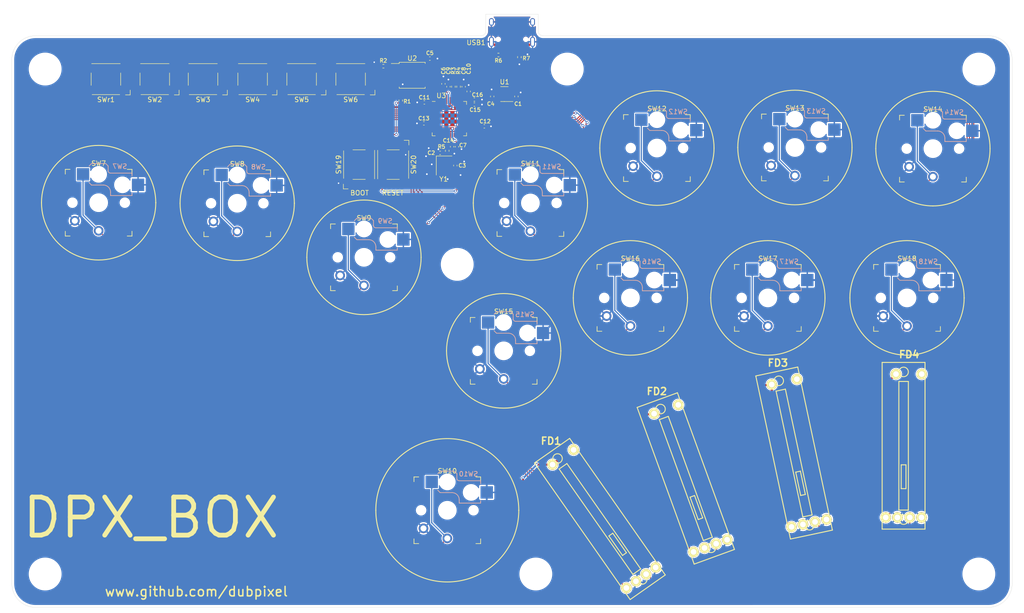
<source format=kicad_pcb>
(kicad_pcb (version 20221018) (generator pcbnew)
  (layers (0 "F.Cu" signal) (31 "B.Cu" signal) (34 "B.Paste" user) (35 "F.Paste" user) (36 "B.SilkS" user "B.Silkscreen") (37 "F.SilkS" user "F.Silkscreen") (38 "B.Mask" user) (39 "F.Mask" user) (44 "Edge.Cuts" user))
  (net 0 "")
  (net 1 "GND")
  (net 2 "+5V")
  (net 3 "D-")
  (net 4 "D+")
  (net 5 "Net-(U3-USB_DP)")
  (net 6 "Net-(U3-USB_DM)")
  (net 7 "Net-(USB1-CC2)")
  (net 8 "Net-(USB1-CC1)")
  (net 9 "SWX1")
  (net 10 "SWX2")
  (net 11 "SWX3")
  (net 12 "SWX4")
  (net 13 "SWX5")
  (net 14 "SWX6")
  (net 15 "SWX7")
  (net 16 "SWX8")
  (net 17 "SWX9")
  (net 18 "SWX10")
  (net 19 "Net-(C3-Pad1)")
  (net 20 "+3V3")
  (net 21 "+1V1")
  (net 22 "SWX11")
  (net 23 "SWX12")
  (net 24 "SWX13")
  (net 25 "SWX14")
  (net 26 "XIN")
  (net 27 "XOUT")
  (net 28 "SWX15")
  (net 29 "SWX16")
  (net 30 "SWX17")
  (net 31 "SWX18")
  (net 32 "Net-(U3-RUN)")
  (net 34 "Net-(R1-Pad2)")
  (net 35 "QSPI_SS")
  (net 36 "QSPI_SD3")
  (net 37 "QSPI_SCLK")
  (net 38 "QSPI_SD0")
  (net 39 "QSPI_SD2")
  (net 40 "QSPI_SD1")
  (net 49 "ADC0")
  (net 50 "ADC1")
  (net 51 "ADC2")
  (net 52 "ADC3")
  (net 58 "LEDF1")
  (net 59 "LEDF2")
  (net 60 "LEDF3")
  (net 61 "LEDF4")
  (footprint "Kailh:Kailh_socket_PG1350_optional" (layer "F.Cu") (at 87.32 65.17)
    (fp_text reference "SW8")
    (fp_text value "SW_Push")
  )
  (footprint "Kailh:Kailh_socket_PG1350_optional" (layer "F.Cu") (at 113.92 76.52)
    (fp_text reference "SW9")
    (fp_text value "SW_Push")
  )
  (footprint "Kailh:Kailh_socket_PG1350_optional" (layer "F.Cu") (at 131.42 129.62)
    (fp_text reference "SW10")
    (fp_text value "SWX10")
  )
  (footprint "Kailh:Kailh_socket_PG1350_optional" (layer "F.Cu") (at 148.86 65.11)
    (fp_text reference "SW11")
    (fp_text value "SW_Push")
  )
  (footprint "Kailh:Kailh_socket_PG1350_optional" (layer "F.Cu") (at 175.42 53.58)
    (fp_text reference "SW12")
    (fp_text value "SW_Push")
  )
  (footprint "Kailh:Kailh_socket_PG1350_optional" (layer "F.Cu") (at 204.39 53.46)
    (fp_text reference "SW13")
    (fp_text value "SW_Push")
  )
  (footprint "Kailh:Kailh_socket_PG1350_optional" (layer "F.Cu") (at 233.36 53.7)
    (fp_text reference "SW14")
    (fp_text value "SW_Push")
  )
  (footprint "Kailh:Kailh_socket_PG1350_optional" (layer "F.Cu") (at 143.25 96.15)
    (fp_text reference "SW15")
    (fp_text value "SW_Push")
  )
  (footprint "Kailh:Kailh_socket_PG1350_optional" (layer "F.Cu") (at 169.86 85.04)
    (fp_text reference "SW16")
    (fp_text value "SW_Push")
  )
  (footprint "Kailh:Kailh_socket_PG1350_optional" (layer "F.Cu") (at 198.71 85.04)
    (fp_text reference "SW17")
    (fp_text value "SW_Push")
  )
  (footprint "Kailh:Kailh_socket_PG1350_optional" (layer "F.Cu") (at 227.92 85.04)
    (fp_text reference "SW18")
    (fp_text value "SW_Push")
  )
  (footprint "MountingHole:MountingHole_6.4mm_M6" (layer "F.Cu") (at 47 37)
    (fp_text reference "REF**" hide)
    (fp_text value "MountingHole_6.4mm_M6")
  )
  (footprint "MountingHole:MountingHole_6.4mm_M6" (layer "F.Cu") (at 47 143)
    (fp_text reference "REF**" hide)
    (fp_text value "MountingHole_6.4mm_M6")
  )
  (footprint "MountingHole:MountingHole_6.4mm_M6" (layer "F.Cu") (at 243 143)
    (fp_text reference "REF**" hide)
    (fp_text value "MountingHole_6.4mm_M6")
  )
  (footprint "MountingHole:MountingHole_6.4mm_M6" (layer "F.Cu") (at 243 37)
    (fp_text reference "REF**" hide)
    (fp_text value "MountingHole_6.4mm_M6")
  )
  (footprint "Kailh:Kailh_socket_PG1350_optional" (layer "F.Cu") (at 58.225 65.05)
    (fp_text reference "SW7")
    (fp_text value "SW_Push")
  )
  (footprint "MountingHole:MountingHole_6.4mm_M6" (layer "F.Cu") (at 156.6 37)
    (fp_text reference "REF**" hide)
    (fp_text value "MountingHole_6.4mm_M6")
  )
  (footprint "DPX_CONTROL:SW_SPST_Omron_B3FS-100xP" (layer "F.Cu") (at 90.551 39.116 180)
    (fp_text reference "SW4")
    (fp_text value "SW_Push")
  )
  (footprint "DPX_CONTROL:SW_SPST_Omron_B3FS-100xP" (layer "F.Cu") (at 70.01 39.116 180)
    (fp_text reference "SW2")
    (fp_text value "SW_Push")
  )
  (footprint "DPX_CONTROL:SW_SPST_Omron_B3FS-100xP" (layer "F.Cu") (at 100.838 39.116 180)
    (fp_text reference "SW5")
    (fp_text value "SW_Push")
  )
  (footprint "DPX_CONTROL:SW_SPST_Omron_B3FS-100xP" (layer "F.Cu") (at 59.753 39.116 180)
    (fp_text reference "SWr1")
    (fp_text value "SW_Push")
  )
  (footprint "DPX_CONTROL:SW_SPST_Omron_B3FS-100xP" (layer "F.Cu") (at 80.137 39.116 180)
    (fp_text reference "SW3")
    (fp_text value "SW_Push")
  )
  (footprint "DPX_CONTROL:SW_SPST_Omron_B3FS-100xP" (layer "F.Cu") (at 111.125 39.116 180)
    (fp_text reference "SW6")
    (fp_text value "SW_Push")
  )
  (footprint "MountingHole:MountingHole_6.4mm_M6" (layer "F.Cu") (at 133.5 78)
    (fp_text reference "REF**" hide)
    (fp_text value "MountingHole_6.4mm_M6")
  )
  (footprint "MountingHole:MountingHole_6.4mm_M6" (layer "F.Cu") (at 150 143)
    (fp_text reference "REF**" hide)
    (fp_text value "MountingHole_6.4mm_M6")
  )
  (footprint "Resistor_SMD:R_0402_1005Metric" (layer "F.Cu") (at 146.55 34.5 -90)
    (fp_text reference "R7")
    (fp_text value "5.1k")
  )
  (footprint "Type-C:HRO-TYPE-C-31-M-12-Assembly" (layer "F.Cu") (at 145 24.5 180)
    (fp_text reference "USB1")
    (fp_text value "HRO-TYPE-C-31-M-12")
  )
  (footprint "Resistor_SMD:R_0402_1005Metric" (layer "F.Cu") (at 142.15 34.05 180)
    (fp_text reference "R6")
    (fp_text value "5.1k")
  )
  (footprint "Capacitor_SMD:C_0402_1005Metric" (layer "F.Cu") (at 145.923 42.75 90)
    (fp_text reference "C1")
    (fp_text value "1u")
  )
  (footprint "Capacitor_SMD:C_0402_1005Metric" (layer "F.Cu") (at 129.9 54.6)
    (fp_text reference "C2")
    (fp_text value "30p")
  )
  (footprint "Capacitor_SMD:C_0402_1005Metric" (layer "F.Cu") (at 140.843 42.75 90)
    (fp_text reference "C4")
    (fp_text value "1u")
  )
  (footprint "Capacitor_SMD:C_0402_1005Metric" (layer "F.Cu") (at 127.75 34.8)
    (fp_text reference "C5")
    (fp_text value "100n")
  )
  (footprint "Capacitor_SMD:C_0402_1005Metric" (layer "F.Cu") (at 130.6 40.1 90)
    (fp_text reference "C6")
    (fp_text value "100n")
  )
  (footprint "Capacitor_SMD:C_0402_1005Metric" (layer "F.Cu") (at 133.45 53.3 -90)
    (fp_text reference "C7")
    (fp_text value "100n")
  )
  (footprint "Capacitor_SMD:C_0402_1005Metric" (layer "F.Cu") (at 134.85 40.7 90)
    (fp_text reference "C8")
    (fp_text value "1u")
  )
  (footprint "Capacitor_SMD:C_0402_1005Metric" (layer "F.Cu") (at 131.65 40.7 90)
    (fp_text reference "C9")
    (fp_text value "100n")
  )
  (footprint "Capacitor_SMD:C_0402_1005Metric" (layer "F.Cu") (at 135.9 41.7 90)
    (fp_text reference "C10")
    (fp_text value "1u")
  )
  (footprint "Capacitor_SMD:C_0402_1005Metric" (layer "F.Cu") (at 137.1 44.45)
    (fp_text reference "C15")
    (fp_text value "100n")
  )
  (footprint "Capacitor_SMD:C_0402_1005Metric" (layer "F.Cu") (at 137.1 43.4)
    (fp_text reference "C16")
    (fp_text value "100n")
  )
  (footprint "Resistor_SMD:R_0402_1005Metric" (layer "F.Cu") (at 121.65 43.6 -90)
    (fp_text reference "R1")
    (fp_text value "1k")
  )
  (footprint "Resistor_SMD:R_0402_1005Metric" (layer "F.Cu") (at 118 36.4)
    (fp_text reference "R2")
    (fp_text value "10k")
  )
  (footprint "Resistor_SMD:R_0402_1005Metric" (layer "F.Cu") (at 133.78 40.7 -90)
    (fp_text reference "R4")
    (fp_text value "27")
  )
  (footprint "DPX_CONTROL:SW_SPST_Omron_B3FS-100xP" (layer "F.Cu") (at 112.9 57.05 90)
    (fp_text reference "SW19")
    (fp_text value "SW_Push")
  )
  (footprint "Package_TO_SOT_SMD:SOT-23-5" (layer "F.Cu") (at 143.4 42.25 180)
    (fp_text reference "U1")
    (fp_text value "TLV73333PDBV")
  )
  (footprint "Package_SO:SOIC-8_5.23x5.23mm_P1.27mm" (layer "F.Cu") (at 124.05 38.3)
    (fp_text reference "U2")
    (fp_text value "W25Q128JVS")
  )
  (footprint "RP2040:RP2040-QFN-56" (layer "F.Cu") (at 131.85 47.4)
    (fp_text reference "U3")
    (fp_text value "RP2040")
  )
  (footprint "Crystal:Crystal_SMD_3225-4Pin_3.2x2.5mm" (layer "F.Cu") (at 130.75 57.25 -90)
    (fp_text reference "Y1")
    (fp_text value "Crystal_GND24")
  )
  (footprint "Resistor_SMD:R_0402_1005Metric" (layer "F.Cu") (at 132.7 40.7 -90)
    (fp_text reference "R3")
    (fp_text value "27")
  )
  (footprint "Capacitor_SMD:C_0402_1005Metric" (layer "F.Cu") (at 133.1 57.25 -90)
    (fp_text reference "C3")
    (fp_text value "30p")
  )
  (footprint "DPX_CONTROL:SW_SPST_Omron_B3FS-100xP" (layer "F.Cu") (at 120.05 57.05 -90)
    (fp_text reference "SW20")
    (fp_text value "SW_Push")
  )
  (footprint "Capacitor_SMD:C_0402_1005Metric" (layer "F.Cu") (at 126.5 48.4 180)
    (fp_text reference "C13")
    (fp_text value "100n")
  )
  (footprint "Capacitor_SMD:C_0402_1005Metric" (layer "F.Cu") (at 139.192 49.022)
    (fp_text reference "C12")
    (fp_text value "100n")
  )
  (footprint "Resistor_SMD:R_0402_1005Metric" (layer "F.Cu") (at 131.4 54.15 90)
    (fp_text reference "R5")
    (fp_text value "1k")
  )
  (footprint "Capacitor_SMD:C_0402_1005Metric" (layer "F.Cu") (at 132.42 53.3 -90)
    (fp_text reference "C14")
    (fp_text value "100n")
  )
  (footprint "Capacitor_SMD:C_0402_1005Metric" (layer "F.Cu") (at 126.6 44 180)
    (fp_text reference "C11")
    (fp_text value "100n")
  )
  (footprint "DPX_CONTROL:BOURNS-PTL2043_20mm-slide-pot" (layer "F.Cu") (at 181.483 122.936 20)
    (fp_text reference "F2" hide)
    (fp_text value "~" hide)
  )
  (footprint "DPX_CONTROL:BOURNS-PTL2043_20mm-slide-pot" (layer "F.Cu") (at 227.203 116.078)
    (fp_text reference "F4" hide)
    (fp_text value "~" hide)
  )
  (footprint "DPX_CONTROL:BOURNS-PTL2043_20mm-slide-pot" (layer "F.Cu") (at 163.449 131.445 35)
    (fp_text reference "F1" hide)
    (fp_text value "~" hide)
  )
  (footprint "DPX_CONTROL:BOURNS-PTL2043_20mm-slide-pot" (layer "F.Cu") (at 204.216 117.602 12)
    (fp_text reference "F3" hide)
    (fp_text value "~" hide)
  )
  (gr_curve (pts (xy 210.385198 43.047376) (xy 214.096383 45.195832) (xy 216.382567 49.166344) (xy 216.382567 53.463258)) (stroke (width 0.2)) (layer "F.SilkS"))
  (gr_curve (pts (xy 154.860422 75.530868) (xy 151.149237 77.679325) (xy 146.576869 77.679325) (xy 142.865684 75.530868)) (stroke (width 0.2)) (layer "F.SilkS"))
  (gr_curve (pts (xy 163.420555 53.581518) (xy 163.420555 49.284605) (xy 165.706739 45.314093) (xy 169.417923 43.165636)) (stroke (width 0.2)) (layer "F.SilkS"))
  (gr_curve (pts (xy 210.385198 63.879139) (xy 206.674013 66.027596) (xy 202.101645 66.027596) (xy 198.39046 63.879139)) (stroke (width 0.2)) (layer "F.SilkS"))
  (gr_curve (pts (xy 210.706299 85.037421) (xy 210.706299 89.334334) (xy 208.420115 93.304846) (xy 204.70893 95.453303)) (stroke (width 0.2)) (layer "F.SilkS"))
  (gr_curve (pts (xy 181.412661 63.9974) (xy 177.701476 66.145857) (xy 173.129108 66.145857) (xy 169.417923 63.9974)) (stroke (width 0.2)) (layer "F.SilkS"))
  (gr_curve (pts (xy 163.859914 74.621539) (xy 167.571099 72.473082) (xy 172.143467 72.473082) (xy 175.854652 74.621539)) (stroke (width 0.2)) (layer "F.SilkS"))
  (gr_curve (pts (xy 137.252477 106.569308) (xy 133.541293 104.420852) (xy 131.255108 100.45034) (xy 131.255108 96.153426)) (stroke (width 0.2)) (layer "F.SilkS"))
  (gr_curve (pts (xy 198.39046 43.047376) (xy 202.101645 40.898919) (xy 206.674013 40.898919) (xy 210.385198 43.047376)) (stroke (width 0.2)) (layer "F.SilkS"))
  (gr_line (start 210.706299 85.037421) (end 210.706299 85.037421) (stroke (width 0.2)) (layer "F.SilkS"))
  (gr_curve (pts (xy 221.92329 74.621539) (xy 225.634475 72.473082) (xy 230.206843 72.473082) (xy 233.918028 74.621539)) (stroke (width 0.2)) (layer "F.SilkS"))
  (gr_curve (pts (xy 175.854652 95.453303) (xy 172.143467 97.601759) (xy 167.571099 97.601759) (xy 163.859914 95.453303)) (stroke (width 0.2)) (layer "F.SilkS"))
  (gr_curve (pts (xy 149.247215 106.569308) (xy 145.53603 108.717765) (xy 140.963662 108.717765) (xy 137.252477 106.569308)) (stroke (width 0.2)) (layer "F.SilkS"))
  (gr_line (start 99.309821 65.17053) (end 99.309821 65.17053) (stroke (width 0.2)) (layer "F.SilkS"))
  (gr_curve (pts (xy 136.868315 65.114986) (xy 136.868315 60.818073) (xy 139.154499 56.847561) (xy 142.865684 54.699104)) (stroke (width 0.2)) (layer "F.SilkS"))
  (gr_curve (pts (xy 192.714192 74.621539) (xy 196.425377 72.473082) (xy 200.997745 72.473082) (xy 204.70893 74.621539)) (stroke (width 0.2)) (layer "F.SilkS"))
  (gr_line (start 146.420969 129.619665) (end 146.420969 129.619665) (stroke (width 0.2)) (layer "F.SilkS"))
  (gr_curve (pts (xy 233.918028 95.453303) (xy 230.206843 97.601759) (xy 225.634475 97.601759) (xy 221.92329 95.453303)) (stroke (width 0.2)) (layer "F.SilkS"))
  (gr_curve (pts (xy 187.41003 53.581518) (xy 187.41003 57.878432) (xy 185.123846 61.848943) (xy 181.412661 63.9974)) (stroke (width 0.2)) (layer "F.SilkS"))
  (gr_curve (pts (xy 175.854652 74.621539) (xy 179.565837 76.769996) (xy 181.852021 80.740507) (xy 181.852021 85.037421)) (stroke (width 0.2)) (layer "F.SilkS"))
  (gr_curve (pts (xy 233.918028 74.621539) (xy 237.629213 76.769996) (xy 239.915397 80.740507) (xy 239.915397 85.037421)) (stroke (width 0.2)) (layer "F.SilkS"))
  (gr_line (start 216.382567 53.463258) (end 216.382567 53.463258) (stroke (width 0.2)) (layer "F.SilkS"))
  (gr_curve (pts (xy 46.22954 65.05228) (xy 46.22954 60.755367) (xy 48.515724 56.784855) (xy 52.226909 54.636398)) (stroke (width 0.2)) (layer "F.SilkS"))
  (gr_curve (pts (xy 155.244584 96.153426) (xy 155.244584 100.45034) (xy 152.9584 104.420852) (xy 149.247215 106.569308)) (stroke (width 0.2)) (layer "F.SilkS"))
  (gr_curve (pts (xy 101.927798 76.523042) (xy 101.927798 72.226128) (xy 104.213982 68.255617) (xy 107.925166 66.10716)) (stroke (width 0.2)) (layer "F.SilkS"))
  (gr_curve (pts (xy 131.255108 96.153426) (xy 131.255108 91.856513) (xy 133.541293 87.886001) (xy 137.252477 85.737546)) (stroke (width 0.2)) (layer "F.SilkS"))
  (gr_line (start 125.917273 76.523042) (end 125.917273 76.523042) (stroke (width 0.2)) (layer "F.SilkS"))
  (gr_curve (pts (xy 123.913745 142.649412) (xy 119.271238 139.9618) (xy 116.411337 134.994889) (xy 116.411337 129.619665)) (stroke (width 0.2)) (layer "F.SilkS"))
  (gr_curve (pts (xy 52.226909 54.636398) (xy 55.938093 52.487941) (xy 60.510462 52.487941) (xy 64.221646 54.636398)) (stroke (width 0.2)) (layer "F.SilkS"))
  (gr_line (start 239.915397 85.037421) (end 239.915397 85.037421) (stroke (width 0.2)) (layer "F.SilkS"))
  (gr_curve (pts (xy 107.925166 86.938924) (xy 104.213982 84.790467) (xy 101.927798 80.819955) (xy 101.927798 76.523042)) (stroke (width 0.2)) (layer "F.SilkS"))
  (gr_curve (pts (xy 146.420969 129.619665) (xy 146.420969 134.994889) (xy 143.561067 139.9618) (xy 138.918561 142.649412)) (stroke (width 0.2)) (layer "F.SilkS"))
  (gr_curve (pts (xy 192.393091 53.463258) (xy 192.393091 49.166344) (xy 194.679275 45.195832) (xy 198.39046 43.047376)) (stroke (width 0.2)) (layer "F.SilkS"))
  (gr_line (start 245.355098 53.699766) (end 245.355098 53.699766) (stroke (width 0.2)) (layer "F.SilkS"))
  (gr_curve (pts (xy 142.865684 54.699104) (xy 146.576869 52.550648) (xy 151.149237 52.550648) (xy 154.860422 54.699104)) (stroke (width 0.2)) (layer "F.SilkS"))
  (gr_curve (pts (xy 149.247215 85.737546) (xy 152.9584 87.886001) (xy 155.244584 91.856513) (xy 155.244584 96.153426)) (stroke (width 0.2)) (layer "F.SilkS"))
  (gr_curve (pts (xy 192.714192 95.453303) (xy 189.003008 93.304846) (xy 186.716823 89.334334) (xy 186.716823 85.037421)) (stroke (width 0.2)) (layer "F.SilkS"))
  (gr_curve (pts (xy 81.317714 54.754648) (xy 85.028899 52.606192) (xy 89.601267 52.606192) (xy 93.312452 54.754648)) (stroke (width 0.2)) (layer "F.SilkS"))
  (gr_curve (pts (xy 160.857791 65.114986) (xy 160.857791 69.4119) (xy 158.571607 73.382411) (xy 154.860422 75.530868)) (stroke (width 0.2)) (layer "F.SilkS"))
  (gr_curve (pts (xy 138.918561 116.589918) (xy 143.561067 119.277529) (xy 146.420969 124.244441) (xy 146.420969 129.619665)) (stroke (width 0.2)) (layer "F.SilkS"))
  (gr_curve (pts (xy 221.92329 95.453303) (xy 218.212105 93.304846) (xy 215.925921 89.334334) (xy 215.925921 85.037421)) (stroke (width 0.2)) (layer "F.SilkS"))
  (gr_curve (pts (xy 137.252477 85.737546) (xy 140.963662 83.589088) (xy 145.53603 83.589088) (xy 149.247215 85.737546)) (stroke (width 0.2)) (layer "F.SilkS"))
  (gr_curve (pts (xy 186.716823 85.037421) (xy 186.716823 80.740507) (xy 189.003008 76.769996) (xy 192.714192 74.621539)) (stroke (width 0.2)) (layer "F.SilkS"))
  (gr_curve (pts (xy 245.355098 53.699766) (xy 245.355097 60.342218) (xy 239.98487 65.72699) (xy 233.36036 65.72699)) (stroke (width 0.2)) (layer "F.SilkS"))
  (gr_curve (pts (xy 239.915397 85.037421) (xy 239.915397 89.334334) (xy 237.629213 93.304846) (xy 233.918028 95.453303)) (stroke (width 0.2)) (layer "F.SilkS"))
  (gr_curve (pts (xy 239.357729 43.283884) (xy 243.068914 45.432341) (xy 245.355098 49.402853) (xy 245.355098 53.699766)) (stroke (width 0.2)) (layer "F.SilkS"))
  (gr_line (start 155.244584 96.153426) (end 155.244584 96.153426) (stroke (width 0.2)) (layer "F.SilkS"))
  (gr_curve (pts (xy 123.913745 116.589918) (xy 128.556251 113.902306) (xy 134.276055 113.902306) (xy 138.918561 116.589918)) (stroke (width 0.2)) (layer "F.SilkS"))
  (gr_curve (pts (xy 138.918561 142.649412) (xy 134.276055 145.337024) (xy 128.556251 145.337024) (xy 123.913745 142.649412)) (stroke (width 0.2)) (layer "F.SilkS"))
  (gr_curve (pts (xy 99.309821 65.17053) (xy 99.309821 69.467444) (xy 97.023636 73.437955) (xy 93.312452 75.586412)) (stroke (width 0.2)) (layer "F.SilkS"))
  (gr_curve (pts (xy 64.221646 75.468162) (xy 60.510462 77.616619) (xy 55.938093 77.616619) (xy 52.226909 75.468162)) (stroke (width 0.2)) (layer "F.SilkS"))
  (gr_line (start 70.219015 65.05228) (end 70.219015 65.05228) (stroke (width 0.2)) (layer "F.SilkS"))
  (gr_curve (pts (xy 204.70893 95.453303) (xy 200.997745 97.601759) (xy 196.425377 97.601759) (xy 192.714192 95.453303)) (stroke (width 0.2)) (layer "F.SilkS"))
  (gr_curve (pts (xy 215.925921 85.037421) (xy 215.925921 80.740507) (xy 218.212105 76.769996) (xy 221.92329 74.621539)) (stroke (width 0.2)) (layer "F.SilkS"))
  (gr_curve (pts (xy 157.862545 85.037421) (xy 157.862545 80.740507) (xy 160.148729 76.769996) (xy 163.859914 74.621539)) (stroke (width 0.2)) (layer "F.SilkS"))
  (gr_curve (pts (xy 163.859914 95.453303) (xy 160.148729 93.304846) (xy 157.862545 89.334334) (xy 157.862545 85.037421)) (stroke (width 0.2)) (layer "F.SilkS"))
  (gr_curve (pts (xy 119.919904 86.938924) (xy 116.208719 89.08738) (xy 111.636351 89.08738) (xy 107.925166 86.938924)) (stroke (width 0.2)) (layer "F.SilkS"))
  (gr_line (start 181.852021 85.037421) (end 181.852021 85.037421) (stroke (width 0.2)) (layer "F.SilkS"))
  (gr_curve (pts (xy 154.860422 54.699104) (xy 158.571607 56.847561) (xy 160.857791 60.818073) (xy 160.857791 65.114986)) (stroke (width 0.2)) (layer "F.SilkS"))
  (gr_curve (pts (xy 75.320345 65.17053) (xy 75.320345 60.873617) (xy 77.606529 56.903105) (xy 81.317714 54.754648)) (stroke (width 0.2)) (layer "F.SilkS"))
  (gr_curve (pts (xy 93.312452 54.754648) (xy 97.023636 56.903105) (xy 99.309821 60.873617) (xy 99.309821 65.17053)) (stroke (width 0.2)) (layer "F.SilkS"))
  (gr_curve (pts (xy 119.919904 66.10716) (xy 123.631089 68.255617) (xy 125.917273 72.226128) (xy 125.917273 76.523042)) (stroke (width 0.2)) (layer "F.SilkS"))
  (gr_curve (pts (xy 116.411337 129.619665) (xy 116.411337 124.244441) (xy 119.271238 119.277529) (xy 123.913745 116.589918)) (stroke (width 0.2)) (layer "F.SilkS"))
  (gr_line (start 187.41003 53.581518) (end 187.41003 53.581518) (stroke (width 0.2)) (layer "F.SilkS"))
  (gr_curve (pts (xy 107.925166 66.10716) (xy 111.636351 63.958703) (xy 116.208719 63.958703) (xy 119.919904 66.10716)) (stroke (width 0.2)) (layer "F.SilkS"))
  (gr_curve (pts (xy 169.417923 63.9974) (xy 165.706739 61.848943) (xy 163.420555 57.878432) (xy 163.420555 53.581518)) (stroke (width 0.2)) (layer "F.SilkS"))
  (gr_curve (pts (xy 93.312452 75.586412) (xy 89.601267 77.734869) (xy 85.028899 77.734869) (xy 81.317714 75.586412)) (stroke (width 0.2)) (layer "F.SilkS"))
  (gr_curve (pts (xy 181.412661 43.165636) (xy 185.123846 45.314093) (xy 187.41003 49.284605) (xy 187.41003 53.581518)) (stroke (width 0.2)) (layer "F.SilkS"))
  (gr_curve (pts (xy 125.917273 76.523042) (xy 125.917273 80.819955) (xy 123.631089 84.790467) (xy 119.919904 86.938924)) (stroke (width 0.2)) (layer "F.SilkS"))
  (gr_curve (pts (xy 181.852021 85.037421) (xy 181.852021 89.334334) (xy 179.565837 93.304846) (xy 175.854652 95.453303)) (stroke (width 0.2)) (layer "F.SilkS"))
  (gr_line (start 160.857791 65.114986) (end 160.857791 65.114986) (stroke (width 0.2)) (layer "F.SilkS"))
  (gr_curve (pts (xy 216.382567 53.463258) (xy 216.382567 57.760171) (xy 214.096383 61.730683) (xy 210.385198 63.879139)) (stroke (width 0.2)) (layer "F.SilkS"))
  (gr_curve (pts (xy 70.219015 65.05228) (xy 70.219015 69.349193) (xy 67.932831 73.319705) (xy 64.221646 75.468162)) (stroke (width 0.2)) (layer "F.SilkS"))
  (gr_curve (pts (xy 221.365622 53.699766) (xy 221.365622 49.402853) (xy 223.651806 45.432341) (xy 227.362991 43.283884)) (stroke (width 0.2)) (layer "F.SilkS"))
  (gr_curve (pts (xy 233.36036 65.72699) (xy 226.73585 65.72699) (xy 221.365623 60.342218) (xy 221.365622 53.699766)) (stroke (width 0.2)) (layer "F.SilkS"))
  (gr_curve (pts (xy 142.865684 75.530868) (xy 139.154499 73.382411) (xy 136.868315 69.4119) (xy 136.868315 65.114986)) (stroke (width 0.2)) (layer "F.SilkS"))
  (gr_curve (pts (xy 169.417923 43.165636) (xy 173.129108 41.01718) (xy 177.701476 41.01718) (xy 181.412661 43.165636)) (stroke (width 0.2)) (layer "F.SilkS"))
  (gr_curve (pts (xy 81.317714 75.586412) (xy 77.606529 73.437955) (xy 75.320345 69.467444) (xy 75.320345 65.17053)) (stroke (width 0.2)) (layer "F.SilkS"))
  (gr_curve (pts (xy 198.39046 63.879139) (xy 194.679275 61.730683) (xy 192.393091 57.760171) (xy 192.393091 53.463258)) (stroke (width 0.2)) (layer "F.SilkS"))
  (gr_curve (pts (xy 204.70893 74.621539) (xy 208.420115 76.769996) (xy 210.706299 80.740507) (xy 210.706299 85.037421)) (stroke (width 0.2)) (layer "F.SilkS"))
  (gr_curve (pts (xy 64.221646 54.636398) (xy 67.932831 56.784855) (xy 70.219015 60.755367) (xy 70.219015 65.05228)) (stroke (width 0.2)) (layer "F.SilkS"))
  (gr_curve (pts (xy 52.226909 75.468162) (xy 48.515724 73.319705) (xy 46.22954 69.349193) (xy 46.22954 65.05228)) (stroke (width 0.2)) (layer "F.SilkS"))
  (gr_curve (pts (xy 227.362991 43.283884) (xy 231.074176 41.135427) (xy 235.646544 41.135427) (xy 239.357729 43.283884)) (stroke (width 0.2)) (layer "F.SilkS"))
  (gr_line (start 150.5 25.5) (end 150.5 29) (stroke (width 0.05)) (layer "Edge.Cuts"))
  (gr_line (start 45 30) (end 138.5 30) (stroke (width 0.05)) (layer "Edge.Cuts"))
  (gr_line (start 250 35) (end 250 145) (stroke (width 0.05)) (layer "Edge.Cuts"))
  (gr_line (start 245 150) (end 45 150) (stroke (width 0.05)) (layer "Edge.Cuts"))
  (gr_line (start 40 145) (end 40 35) (stroke (width 0.05)) (layer "Edge.Cuts"))
  (gr_line (start 151.5 30) (end 245 30) (stroke (width 0.05)) (layer "Edge.Cuts"))
  (gr_arc (start 151.5 30) (mid 150.792893 29.707107) (end 150.5 29) (stroke (width 0.05)) (layer "Edge.Cuts"))
  (gr_line (start 139.5 29) (end 139.5 25.5) (stroke (width 0.05)) (layer "Edge.Cuts"))
  (gr_line (start 139.5 25.5) (end 150.5 25.5) (stroke (width 0.05)) (layer "Edge.Cuts"))
  (gr_arc (start 139.5 29) (mid 139.207107 29.707107) (end 138.5 30) (stroke (width 0.05)) (layer "Edge.Cuts"))
  (gr_arc (start 245 30) (mid 248.535534 31.464466) (end 250 35) (stroke (width 0.05)) (layer "Edge.Cuts"))
  (gr_arc (start 45 150) (mid 41.464466 148.535534) (end 40 145) (stroke (width 0.05)) (layer "Edge.Cuts"))
  (gr_arc (start 40 35) (mid 41.464466 31.464466) (end 45 30) (stroke (width 0.05)) (layer "Edge.Cuts"))
  (gr_arc (start 250 145) (mid 248.535534 148.535534) (end 245 150) (stroke (width 0.05)) (layer "Edge.Cuts"))
  (gr_text "FD4" (at 226.06 97.79) (layer "F.SilkS") (effects (font (size 1.5 1.5) (thickness 0.3) bold) (justify left bottom)))
  (gr_text "FD1" (at 150.876 115.951) (layer "F.SilkS") (effects (font (size 1.5 1.5) (thickness 0.3) bold) (justify left bottom)))
  (gr_text "www.github.com/dubpixel" (at 78.74 146.685) (layer "F.SilkS") (effects (font (size 2 2) (thickness 0.3))))
  (gr_text "RESET" (at 120 63) (layer "F.SilkS") (effects (font (size 1 1))))
  (gr_text "FD3" (at 198.501 99.568) (layer "F.SilkS") (effects (font (size 1.5 1.5) (thickness 0.3) bold) (justify left bottom)))
  (gr_text "DPX_BOX" (at 69.215 131.191) (layer "F.SilkS") (effects (font (size 8 8) (thickness 1))))
  (gr_text "BOOT" (at 113 63) (layer "F.SilkS") (effects (font (size 1 1))))
  (gr_text "FD2" (at 173.101 105.537) (layer "F.SilkS") (effects (font (size 1.5 1.5) (thickness 0.3) bold) (justify left bottom)))
  (segment (start 122.3 53.05) (end 122.3 61.05) (width 0.2) (layer "F.Cu") (net 1))
  (segment (start 122.682 53.432) (end 122.3 53.05) (width 0.2) (layer "F.Cu") (net 1))
  (segment (start 130.85 52.538) (end 130.85 50.8375) (width 0.2) (layer "F.Cu") (net 1))
  (segment (start 129.54 53.848) (end 130.85 52.538) (width 0.2) (layer "F.Cu") (net 1))
  (segment (start 120.45 40.205) (end 122.045 40.205) (width 0.2) (layer "F.Cu") (net 1))
  (segment (start 133.1 58.690002) (end 132.340002 59.45) (width 0.2) (layer "F.Cu") (net 1))
  (segment (start 134.38 53.78) (end 134.4 53.8) (width 0.2) (layer "F.Cu") (net 1))
  (segment (start 126.02 48.4) (end 125.05 48.4) (width 0.2) (layer "F.Cu") (net 1))
  (segment (start 128.85 55.17) (end 128.85 57.3) (width 0.2) (layer "F.Cu") (net 1))
  (segment (start 134.85 40.22) (end 134.85 39.2) (width 0.2) (layer "F.Cu") (net 1))
  (segment (start 108.585 60.96) (end 110.56 60.96) (width 0.2) (layer "F.Cu") (net 1))
  (segment (start 140.863 42.25) (end 140.843 42.27) (width 0.4) (layer "F.Cu") (net 1))
  (segment (start 129.42 53.968) (end 129.42 54.6) (width 0.2) (layer "F.Cu") (net 1))
  (segment (start 141.775 32.195) (end 141.595 32.195) (width 0.381) (layer "F.Cu") (net 1))
  (segment (start 146.452 42.27) (end 145.923 42.27) (width 0.4) (layer "F.Cu") (net 1))
  (segment (start 141.75 33.94) (end 141.64 34.05) (width 0.2) (layer "F.Cu") (net 1))
  (segment (start 129.9 58.25) (end 131.6 56.55) (width 0.2) (layer "F.Cu") (net 1))
  (segment (start 114.547 37.114) (end 114.547 37.091) (width 0.4) (layer "F.Cu") (net 1))
  (segment (start 128.85 57.3) (end 129.9 58.35) (width 0.2) (layer "F.Cu") (net 1))
  (segment (start 149.32 31.28) (end 148.405 32.195) (width 0.381) (layer "F.Cu") (net 1))
  (segment (start 137.58 43.4) (end 138.7 43.4) (width 0.2) (layer "F.Cu") (net 1))
  (segment (start 146.55 35.01) (end 146.55 36) (width 0.2) (layer "F.Cu") (net 1))
  (segment (start 141.595 32.195) (end 140.68 31.28) (width 0.381) (layer "F.Cu") (net 1))
  (segment (start 128.23 34.8) (end 129.35 34.8) (width 0.4) (layer "F.Cu") (net 1))
  (segment (start 131.65 40.22) (end 131.65 39.2) (width 0.2) (layer "F.Cu") (net 1))
  (segment (start 148.405 32.195) (end 148.35 32.195) (width 0.381) (layer "F.Cu") (net 1))
  (segment (start 144.52 42.27) (end 144.5 42.25) (width 0.4) (layer "F.Cu") (net 1))
  (segment (start 110.56 60.96) (end 110.65 61.05) (width 0.2) (layer "F.Cu") (net 1))
  (segment (start 129.9 59.25) (end 129.9 58.35) (width 0.2) (layer "F.Cu") (net 1))
  (segment (start 129.42 54.6) (end 128.85 55.17) (width 0.2) (layer "F.Cu") (net 1))
  (segment (start 130.6 39.62) (end 130.6 38.55) (width 0.2) (layer "F.Cu") (net 1))
  (segment (start 130.1 59.45) (end 129.9 59.25) (width 0.2) (layer "F.Cu") (net 1))
  (segment (start 126.12 44) (end 125.1 44) (width 0.4) (layer "F.Cu") (net 1))
  (segment (start 140.716 41.275) (end 140.843 41.402) (width 0.4) (layer "F.Cu") (net 1))
  (segment (start 133.1 57.73) (end 133.1 58.690002) (width 0.2) (layer "F.Cu") (net 1))
  (segment (start 132.340002 59.45) (end 130.1 59.45) (width 0.2) (layer "F.Cu") (net 1))
  (segment (start 122.045 40.205) (end 122.05 40.2) (width 0.2) (layer "F.Cu") (net 1))
  (segment (start 148.25 32.195) (end 148.25 33.9) (width 0.4) (layer "F.Cu") (net 1))
  (segment (start 114.547 37.091) (end 116.078 35.56) (width 0.4) (layer "F.Cu") (net 1))
  (segment (start 132.42 53.78) (end 132.9 53.78) (width 0.2) (layer "F.Cu") (net 1))
  (segment (start 144.5 42.25) (end 140.863 42.25) (width 0.4) (layer "F.Cu") (net 1))
  (segment (start 141.75 32.195) (end 141.75 33.94) (width 0.2) (layer "F.Cu") (net 1))
  (segment (start 129.54 53.848) (end 129.42 53.968) (width 0.2) (layer "F.Cu") (net 1))
  (segment (start 140.843 41.402) (end 140.843 42.27) (width 0.4) (layer "F.Cu") (net 1))
  (segment (start 135.9 41.22) (end 135.9 40.35) (width 0.2) (layer "F.Cu") (net 1))
  (segment (start 129.9 58.35) (end 129.9 58.25) (width 0.2) (layer "F.Cu") (net 1))
  (segment (start 122.682 54.991) (end 122.682 53.432) (width 0.2) (layer "F.Cu") (net 1))
  (segment (start 140.589 49.022) (end 139.672 49.022) (width 0.2) (layer "F.Cu") (net 1))
  (segment (start 145.923 42.27) (end 144.52 42.27) (width 0.4) (layer "F.Cu") (net 1))
  (segment (start 146.812 41.91) (end 146.452 42.27) (width 0.4) (layer "F.Cu") (net 1))
  (segment (start 137.58 44.45) (end 138.7 44.45) (width 0.2) (layer "F.Cu") (net 1))
  (segment (start 131.6 56.55) (end 131.6 56.15) (width 0.2) (layer "F.Cu") (net 1))
  (segment (start 133.45 53.78) (end 134.38 53.78) (width 0.2) (layer "F.Cu") (net 1))
  (segment (start 132.9 53.78) (end 132.9 54.75) (width 0.2) (layer "F.Cu") (net 1))
  (segment (start 110.65 53.05) (end 110.65 61.05) (width 0.2) (layer "F.Cu") (net 1))
  (via (at 146.812 41.91) (size 0.6) (drill 0.35) (layers "F.Cu" "B.Cu") (net 1))
  (via (at 148.25 33.9) (size 0.6) (drill 0.35) (layers "F.Cu" "B.Cu") (net 1))
  (via (at 127.127 59.055) (size 0.6) (drill 0.35) (layers "F.Cu" "B.Cu") (net 1))
  (via (at 131.5 60.1) (size 0.6) (drill 0.35) (layers "F.Cu" "B.Cu") (net 1))
  (via (at 125.1 44) (size 0.6) (drill 0.35) (layers "F.Cu" "B.Cu") (net 1))
  (via (at 140.716 41.275) (size 0.6) (drill 0.35) (layers "F.Cu" "B.Cu") (net 1))
  (via (at 122.682 54.991) (size 0.6) (drill 0.3) (layers "F.Cu" "B.Cu") (net 1))
  (via (at 134.85 39.2) (size 0.6) (drill 0.35) (layers "F.Cu" "B.Cu") (net 1))
  (via (at 127.508 53.594) (size 0.6) (drill 0.35) (layers "F.Cu" "B.Cu") (net 1))
  (via (at 138.7 43.4) (size 0.6) (drill 0.35) (layers "F.Cu" "B.Cu") (net 1))
  (via (at 146.55 36) (size 0.6) (drill 0.35) (layers "F.Cu" "B.Cu") (net 1))
  (via (at 126.95 55.3) (size 0.6) (drill 0.35) (layers "F.Cu" "B.Cu") (net 1))
  (via (at 130.6 38.55) (size 0.6) (drill 0.35) (layers "F.Cu" "B.Cu") (net 1))
  (via (at 134.2 59.25) (size 0.6) (drill 0.35) (layers "F.Cu" "B.Cu") (net 1))
  (via (at 129.54 53.848) (size 0.6) (drill 0.35) (layers "F.Cu" "B.Cu") (net 1))
  (via (at 129.35 34.8) (size 0.6) (drill 0.35) (layers "F.Cu" "B.Cu") (net 1))
  (via (at 131.65 39.2) (size 0.6) (drill 0.35) (layers "F.Cu" "B.Cu") (net 1))
  (via (at 134.4 53.8) (size 0.6) (drill 0.35) (layers "F.Cu" "B.Cu") (net 1))
  (via (at 108.585 60.96) (size 0.6) (drill 0.3) (layers "F.Cu" "B.Cu") (net 1))
  (via (at 116.078 35.56) (size 0.6) (drill 0.3) (layers "F.Cu" "B.Cu") (net 1))
  (via (at 125.05 48.4) (size 0.6) (drill 0.35) (layers "F.Cu" "B.Cu") (net 1))
  (via (at 138.7 44.45) (size 0.6) (drill 0.35) (layers "F.Cu" "B.Cu") (net 1))
  (via (at 132.9 54.75) (size 0.6) (drill 0.35) (layers "F.Cu" "B.Cu") (net 1))
  (via (at 122.05 40.2) (size 0.6) (drill 0.35) (layers "F.Cu" "B.Cu") (net 1))
  (via (at 134.95 56.4) (size 0.6) (drill 0.35) (layers "F.Cu" "B.Cu") (net 1))
  (via (at 128.15 57) (size 0.6) (drill 0.35) (layers "F.Cu" "B.Cu") (net 1))
  (via (at 135.9 40.35) (size 0.6) (drill 0.35) (layers "F.Cu" "B.Cu") (net 1))
  (via (at 140.589 49.022) (size 0.6) (drill 0.35) (layers "F.Cu" "B.Cu") (net 1))
  (segment (start 138.25 99.95) (end 134.55 103.65) (width 0.381) (layer "B.Cu") (net 1))
  (segment (start 171.3 92.9) (end 178.135 86.065) (width 0.381) (layer "B.Cu") (net 1))
  (segment (start 178.135 86.065) (end 178.135 81.29) (width 0.381) (layer "B.Cu") (net 1))
  (segment (start 200.35 93.05) (end 206.985 86.415) (width 0.381) (layer "B.Cu") (net 1))
  (segment (start 236.195 86.505) (end 236.195 81.29) (width 0.381) (layer "B.Cu") (net 1))
  (segment (start 164.86 88.84) (end 155.085 88.84) (width 0.381) (layer "B.Cu") (net 1))
  (segment (start 197.92 93.05) (end 200.35 93.05) (width 0.381) (layer "B.Cu") (net 1))
  (segment (start 226.98 92.9) (end 229.8 92.9) (width 0.381) (layer "B.Cu") (net 1))
  (segment (start 142.4 104.1) (end 144.9 104.1) (width 0.381) (layer "B.Cu") (net 1))
  (segment (start 139.695 130.405) (end 139.695 125.87) (width 0.381) (layer "B.Cu") (net 1))
  (segment (start 211.79 81.29) (end 206.985 81.29) (width 0.381) (layer "B.Cu") (net 1))
  (segment (start 229.8 92.9) (end 236.195 86.505) (width 0.381) (layer "B.Cu") (net 1))
  (segment (start 139.695 120.045) (end 139.695 125.87) (width 0.381) (layer "B.Cu") (net 1))
  (segment (start 126.42 133.42) (end 130.5 137.5) (width 0.381) (layer "B.Cu") (net 1))
  (segment (start 193.71 88.84) (end 197.92 93.05) (width 0.381) (layer "B.Cu") (net 1))
  (segment (start 134.55 103.65) (end 134.55 114.9) (width 0.381) (layer "B.Cu") (net 1))
  (segment (start 134.55 114.9) (end 139.695 120.045) (width 0.381) (layer "B.Cu") (net 1))
  (segment (start 190.09 88.84) (end 182.54 81.29) (width 0.381) (layer "B.Cu") (net 1))
  (segment (start 151.525 97.475) (end 151.525 92.4) (width 0.381) (layer "B.Cu") (net 1))
  (segment (start 219.34 88.84) (end 211.79 81.29) (width 0.381) (layer "B.Cu") (net 1))
  (segment (start 222.92 88.84) (end 226.98 92.9) (width 0.381) (layer "B.Cu") (net 1))
  (segment (start 130.5 137.5) (end 132.6 137.5) (width 0.381) (layer "B.Cu") (net 1))
  (segment (start 206.985 86.415) (end 206.985 81.29) (width 0.381) (layer "B.Cu") (net 1))
  (segment (start 193.71 88.84) (end 190.09 88.84) (width 0.381) (layer "B.Cu") (net 1))
  (segment (start 138.25 99.95) (end 142.4 104.1) (width 0.381) (layer "B.Cu") (net 1))
  (segment (start 222.92 88.84) (end 219.34 88.84) (width 0.381) (layer "B.Cu") (net 1))
  (segment (start 182.54 81.29) (end 178.135 81.29) (width 0.381) (layer "B.Cu") (net 1))
  (segment (start 155.085 88.84) (end 151.525 92.4) (width 0.381) (layer "B.Cu") (net 1))
  (segment (start 132.6 137.5) (end 139.695 130.405) (width 0.381) (layer "B.Cu") (net 1))
  (segment (start 168.92 92.9) (end 171.3 92.9) (width 0.381) (layer "B.Cu") (net 1))
  (segment (start 144.9 104.1) (end 151.525 97.475) (width 0.381) (layer "B.Cu") (net 1))
  (segment (start 164.86 88.84) (end 168.92 92.9) (width 0.381) (layer "B.Cu") (net 1))
  (segment (start 147.523946 41.173946) (end 147.45 41.1) (width 0.4) (layer "F.Cu") (net 2))
  (segment (start 143.44498 30.550001) (end 146.570179 30.550001) (width 0.4) (layer "F.Cu") (net 2))
  (segment (start 145.923 43.23) (end 144.53 43.23) (width 0.4) (layer "F.Cu") (net 2))
  (segment (start 142.55 32.195) (end 142.55 31.444981) (width 0.4) (layer "F.Cu") (net 2))
  (segment (start 147.523946 42.512056) (end 147.523946 41.173946) (width 0.4) (layer "F.Cu") (net 2))
  (segment (start 146.570179 30.550001) (end 147.45 31.429822) (width 0.4) (layer "F.Cu") (net 2))
  (segment (start 142.55 31.444981) (end 143.44498 30.550001) (width 0.4) (layer "F.Cu") (net 2))
  (segment (start 147.45 31.429822) (end 147.45 32.195) (width 0.4) (layer "F.Cu") (net 2))
  (segment (start 144.60074 41.19926) (end 144.5 41.3) (width 0.4) (layer "F.Cu") (net 2))
  (segment (start 144.53 43.23) (end 144.5 43.2) (width 0.2) (layer "F.Cu") (net 2))
  (segment (start 145.923 43.23) (end 146.806002 43.23) (width 0.4) (layer "F.Cu") (net 2))
  (segment (start 147.45 32.195) (end 147.45 41.1) (width 0.4) (layer "F.Cu") (net 2))
  (segment (start 147.45 41.1) (end 147.35074 41.19926) (width 0.4) (layer "F.Cu") (net 2))
  (segment (start 147.35074 41.19926) (end 144.60074 41.19926) (width 0.4) (layer "F.Cu") (net 2))
  (segment (start 146.806002 43.23) (end 147.523946 42.512056) (width 0.4) (layer "F.Cu") (net 2))
  (segment (start 145.225 36.225) (end 145.225 33.625) (width 0.2) (layer "F.Cu") (net 3))
  (segment (start 145.2 33.6) (end 145.260002 33.6) (width 0.2) (layer "F.Cu") (net 3))
  (segment (start 145.225 33.625) (end 145.2 33.6) (width 0.2) (layer "F.Cu") (net 3))
  (segment (start 133.45 38.9) (end 134.8 37.55) (width 0.2) (layer "F.Cu") (net 3))
  (segment (start 133.78 40.19) (end 133.45 39.86) (width 0.2) (layer "F.Cu") (net 3))
  (segment (start 134.8 37.55) (end 143.9 37.55) (width 0.2) (layer "F.Cu") (net 3))
  (segment (start 143.9 37.55) (end 145.225 36.225) (width 0.2) (layer "F.Cu") (net 3))
  (segment (start 144.75 33.15) (end 145.2 33.6) (width 0.2) (layer "F.Cu") (net 3))
  (segment (start 145.75 33.110002) (end 145.75 32.195) (width 0.2) (layer "F.Cu") (net 3))
  (segment (start 145.260002 33.6) (end 145.75 33.110002) (width 0.2) (layer "F.Cu") (net 3))
  (segment (start 133.45 39.86) (end 133.45 38.9) (width 0.2) (layer "F.Cu") (net 3))
  (segment (start 144.75 32.195) (end 144.75 33.15) (width 0.2) (layer "F.Cu") (net 3))
  (segment (start 133.05 38.7343) (end 134.634311 37.149989) (width 0.2) (layer "F.Cu") (net 4))
  (segment (start 144.8 33.8) (end 144.25 33.25) (width 0.2) (layer "F.Cu") (net 4))
  (segment (start 144.469989 31.050011) (end 145.030011 31.050011) (width 0.2) (layer "F.Cu") (net 4))
  (segment (start 145.25 31.27) (end 145.25 32.195) (width 0.2) (layer "F.Cu") (net 4))
  (segment (start 144.25 32.195) (end 144.25 31.27) (width 0.2) (layer "F.Cu") (net 4))
  (segment (start 144.25 31.27) (end 144.469989 31.050011) (width 0.2) (layer "F.Cu") (net 4))
  (segment (start 143.734311 37.149989) (end 144.8 36.0843) (width 0.2) (layer "F.Cu") (net 4))
  (segment (start 133.05 39.84) (end 133.05 38.7343) (width 0.2) (layer "F.Cu") (net 4))
  (segment (start 132.7 40.19) (end 133.05 39.84) (width 0.2) (layer "F.Cu") (net 4))
  (segment (start 144.8 36.0843) (end 144.8 33.8) (width 0.2) (layer "F.Cu") (net 4))
  (segment (start 144.25 33.25) (end 144.25 32.195) (width 0.2) (layer "F.Cu") (net 4))
  (segment (start 134.634311 37.149989) (end 143.734311 37.149989) (width 0.2) (layer "F.Cu") (net 4))
  (segment (start 145.030011 31.050011) (end 145.25 31.27) (width 0.2) (layer "F.Cu") (net 4))
  (segment (start 132.85 41.36) (end 132.7 41.21) (width 0.2) (layer "F.Cu") (net 5))
  (segment (start 132.85 43.9625) (end 132.85 41.36) (width 0.2) (layer "F.Cu") (net 5))
  (segment (start 133.78 41.815) (end 133.78 41.21) (width 0.2) (layer "F.Cu") (net 6))
  (segment (start 133.25 43.9625) (end 133.25 42.345) (width 0.2) (layer "F.Cu") (net 6))
  (segment (start 133.25 42.345) (end 133.78 41.815) (width 0.2) (layer "F.Cu") (net 6))
  (segment (start 143.25 32.195) (end 143.25 33.46) (width 0.2) (layer "F.Cu") (net 7))
  (segment (start 143.25 33.46) (end 142.66 34.05) (width 0.2) (layer "F.Cu") (net 7))
  (segment (start 146.25 33.69) (end 146.55 33.99) (width 0.2) (layer "F.Cu") (net 8))
  (segment (start 146.25 32.195) (end 146.25 33.69) (width 0.2) (layer "F.Cu") (net 8))
  (segment (start 64.01 41.366) (end 56.01 41.366) (width 0.2) (layer "F.Cu") (net 9))
  (segment (start 128.4125 47.6) (end 61.316 47.6) (width 0.2) (layer "F.Cu") (net 9))
  (segment (start 61.316 47.6) (end 55.547 41.831) (width 0.2) (layer "F.Cu") (net 9))
  (segment (start 66.01 41.366) (end 74.01 41.366) (width 0.2) (layer "F.Cu") (net 10))
  (segment (start 65.547 40.865) (end 65.547 43.047) (width 0.2) (layer "F.Cu") (net 10))
  (segment (start 65.547 43.047) (end 69.7 47.2) (width 0.2) (layer "F.Cu") (net 10))
  (segment (start 128.4125 47.2) (end 69.7 47.2) (width 0.2) (layer "F.Cu") (net 10))
  (segment (start 128.4125 46.8) (end 79.3 46.8) (width 0.2) (layer "F.Cu") (net 11))
  (segment (start 75.547 40.865) (end 75.547 43.047) (width 0.2) (layer "F.Cu") (net 11))
  (segment (start 75.547 43.047) (end 79.3 46.8) (width 0.2) (layer "F.Cu") (net 11))
  (segment (start 76.137 41.366) (end 84.137 41.366) (width 0.2) (layer "F.Cu") (net 11))
  (segment (start 91.9 46.4) (end 86.866 41.366) (width 0.2) (layer "F.Cu") (net 12))
  (segment (start 86.866 41.366) (end 86.551 41.366) (width 0.2) (layer "F.Cu") (net 12))
  (segment (start 94.551 41.366) (end 86.551 41.366) (width 0.2) (layer "F.Cu") (net 12))
  (segment (start 128.4125 46.4) (end 91.9 46.4) (width 0.2) (layer "F.Cu") (net 12))
  (segment (start 104.838 41.366) (end 96.838 41.366) (width 0.2) (layer "F.Cu") (net 13))
  (segment (start 96.866 41.366) (end 101.5 46) (width 0.2) (layer "F.Cu") (net 13))
  (segment (start 96.838 41.366) (end 96.866 41.366) (width 0.2) (layer "F.Cu") (net 13))
  (segment (start 101.5 46) (end 128.4125 46) (width 0.2) (layer "F.Cu") (net 13))
  (segment (start 111.1 45.6) (end 128.4125 45.6) (width 0.2) (layer "F.Cu") (net 14))
  (segment (start 107.125 41.625) (end 111.1 45.6) (width 0.2) (layer "F.Cu") (net 14))
  (segment (start 115.125 41.366) (end 107.125 41.366) (width 0.2) (layer "F.Cu") (net 14))
  (segment (start 107.125 41.366) (end 107.125 41.625) (width 0.2) (layer "F.Cu") (net 14))
  (segment (start 64.625 77.35) (end 58.225 70.95) (width 0.2) (layer "F.Cu") (net 15))
  (segment (start 68.45 77.35) (end 64.625 77.35) (width 0.2) (layer "F.Cu") (net 15))
  (segment (start 71.75 59.3) (end 71.75 74.05) (width 0.2) (layer "F.Cu") (net 15))
  (segment (start 128.4125 49.2) (end 81.85 49.2) (width 0.2) (layer "F.Cu") (net 15))
  (segment (start 71.75 74.05) (end 68.45 77.35) (width 0.2) (layer "F.Cu") (net 15))
  (segment (start 81.85 49.2) (end 71.75 59.3) (width 0.2) (layer "F.Cu") (net 15))
  (segment (start 54.95 59.1) (end 54.95 67.675) (width 0.254) (layer "B.Cu") (net 15))
  (segment (start 54.95 67.675) (end 58.225 70.95) (width 0.254) (layer "B.Cu") (net 15))
  (segment (start 77.35 77.35) (end 81.04 77.35) (width 0.2) (layer "F.Cu") (net 16))
  (segment (start 72.263 59.563) (end 72.263 72.263) (width 0.2) (layer "F.Cu") (net 16))
  (segment (start 72.263 72.263) (end 77.35 77.35) (width 0.2) (layer "F.Cu") (net 16))
  (segment (start 128.4125 49.6) (end 82.226 49.6) (width 0.2) (layer "F.Cu") (net 16))
  (segment (start 82.226 49.6) (end 72.263 59.563) (width 0.2) (layer "F.Cu") (net 16))
  (segment (start 81.04 77.35) (end 87.32 71.07) (width 0.2) (layer "F.Cu") (net 16))
  (segment (start 84.045 67.795) (end 87.32 71.07) (width 0.254) (layer "B.Cu") (net 16))
  (segment (start 84.045 59.22) (end 84.045 67.795) (width 0.254) (layer "B.Cu") (net 16))
  (segment (start 100.5 57.55) (end 100.5 85.35) (width 0.2) (layer "F.Cu") (net 17))
  (segment (start 128.4125 50) (end 108.05 50) (width 0.2) (layer "F.Cu") (net 17))
  (segment (start 100.5 85.35) (end 104.1 88.95) (width 0.2) (layer "F.Cu") (net 17))
  (segment (start 107.39 88.95) (end 113.92 82.42) (width 0.2) (layer "F.Cu") (net 17))
  (segment (start 104.1 88.95) (end 107.39 88.95) (width 0.2) (layer "F.Cu") (net 17))
  (segment (start 108.05 50) (end 100.5 57.55) (width 0.2) (layer "F.Cu") (net 17))
  (segment (start 110.645 70.57) (end 110.645 79.145) (width 0.254) (layer "B.Cu") (net 17))
  (segment (start 110.645 79.145) (end 113.92 82.42) (width 0.254) (layer "B.Cu") (net 17))
  (segment (start 136.8 59.923) (end 130.556 66.167) (width 0.2) (layer "F.Cu") (net 18))
  (segment (start 126.4 70.25) (end 127.435 69.215) (width 0.2) (layer "F.Cu") (net 18))
  (segment (start 112.6 120.3) (end 112.6 140.55) (width 0.2) (layer "F.Cu") (net 18))
  (segment (start 126.4 106.5) (end 112.6 120.3) (width 0.2) (layer "F.Cu") (net 18))
  (segment (start 112.6 140.55) (end 116.9 144.85) (width 0.2) (layer "F.Cu") (net 18))
  (segment (start 136.8 54.15) (end 136.8 59.923) (width 0.2) (layer "F.Cu") (net 18))
  (segment (start 134.05 50.8375) (end 134.05 51.4) (width 0.2) (layer "F.Cu") (net 18))
  (segment (start 127.435 69.215) (end 127.508 69.215) (width 0.2) (layer "F.Cu") (net 18))
  (segment (start 126.4 70.25) (end 126.4 106.5) (width 0.2) (layer "F.Cu") (net 18))
  (segment (start 116.9 144.85) (end 122.09 144.85) (width 0.2) (layer "F.Cu") (net 18))
  (segment (start 134.05 51.4) (end 136.8 54.15) (width 0.2) (layer "F.Cu") (net 18))
  (segment (start 122.09 144.85) (end 131.42 135.52) (width 0.2) (layer "F.Cu") (net 18))
  (via (at 130.556 66.167) (size 0.6) (drill 0.3) (layers "F.Cu" "B.Cu") (net 18))
  (via (at 127.508 69.215) (size 0.6) (drill 0.3) (layers "F.Cu" "B.Cu") (net 18))
  (segment (start 127.508 69.215) (end 130.556 66.167) (width 0.2) (layer "B.Cu") (net 18))
  (segment (start 128.145 132.245) (end 131.42 135.52) (width 0.254) (layer "B.Cu") (net 18))
  (segment (start 128.145 123.67) (end 128.145 132.245) (width 0.254) (layer "B.Cu") (net 18))
  (segment (start 133.1 55.809998) (end 133.1 56.77) (width 0.2) (layer "F.Cu") (net 19))
  (segment (start 133.03 56.77) (end 133.1 56.77) (width 0.2) (layer "F.Cu") (net 19))
  (segment (start 131.950002 54.66) (end 133.1 55.809998) (width 0.2) (layer "F.Cu") (net 19))
  (segment (start 131.6 58.35) (end 131.6 58.2) (width 0.2) (layer "F.Cu") (net 19))
  (segment (start 131.6 58.2) (end 133.03 56.77) (width 0.2) (layer "F.Cu") (net 19))
  (segment (start 131.4 54.66) (end 131.950002 54.66) (width 0.2) (layer "F.Cu") (net 19))
  (segment (start 128 44) (end 128.4125 44.4125) (width 0.4) (layer "F.Cu") (net 20))
  (segment (start 126.3 45) (end 120 45) (width 0.4) (layer "F.Cu") (net 20))
  (segment (start 54.102 32.639) (end 125.109 32.639) (width 0.4) (layer "F.Cu") (net 20))
  (segment (start 138.98 42.18) (end 135.9 42.18) (width 0.4) (layer "F.Cu") (net 20))
  (segment (start 132.05 43.9625) (end 132.05 44.7) (width 0.2) (layer "F.Cu") (net 20))
  (segment (start 135.2875 48.4) (end 134.4 48.4) (width 0.2) (layer "F.Cu") (net 20))
  (segment (start 132.45 52.79) (end 132.42 52.82) (width 0.2) (layer "F.Cu") (net 20))
  (segment (start 132.05 50.8375) (end 132.05 50.1) (width 0.2) (layer "F.Cu") (net 20))
  (segment (start 128.4125 48.4) (end 126.98 48.4) (width 0.2) (layer "F.Cu") (net 20))
  (segment (start 134.05 43.9625) (end 134.05 44.6) (width 0.2) (layer "F.Cu") (net 20))
  (segment (start 50.419 59.436) (end 45.212 54.229) (width 0.4) (layer "F.Cu") (net 20))
  (segment (start 128.4125 44.4125) (end 128.4125 44.69999) (width 0.4) (layer "F.Cu") (net 20))
  (segment (start 134.05 44.6) (end 134.25 44.8) (width 0.2) (layer "F.Cu") (net 20))
  (segment (start 50.419 124.587) (end 50.419 59.436) (width 0.4) (layer "F.Cu") (net 20))
  (segment (start 184.651858 109.467858) (end 186.563 111.379) (width 0.4) (layer "F.Cu") (net 20))
  (segment (start 132.45 43.9625) (end 132.45 44.6) (width 0.2) (layer "F.Cu") (net 20))
  (segment (start 154.268031 119.272484) (end 158.857516 119.272484) (width 0.4) (layer "F.Cu") (net 20))
  (segment (start 131.718004 41.18) (end 131.65 41.18) (width 0.2) (layer "F.Cu") (net 20))
  (segment (start 132.45 42.9) (end 132.3 42.75) (width 0.2) (layer "F.Cu") (net 20))
  (segment (start 132.05 43) (end 132.3 42.75) (width 0.2) (layer "F.Cu") (net 20))
  (segment (start 150.193429 120.045086) (end 153.495429 120.045086) (width 0.4) (layer "F.Cu") (net 20))
  (segment (start 127.3 36.045) (end 127.65 36.395) (width 0.4) (layer "F.Cu") (net 20))
  (segment (start 54.102 45.339) (end 54.102 32.639) (width 0.4) (layer "F.Cu") (net 20))
  (segment (start 117.49 36.4) (end 117.49 36.21) (width 0.4) (layer "F.Cu") (net 20))
  (segment (start 132.45 43.9625) (end 132.45 42.9) (width 0.2) (layer "F.Cu") (net 20))
  (segment (start 134.5 44.8) (end 134.45 44.75) (width 0.2) (layer "F.Cu") (net 20))
  (segment (start 128.4125 44.8) (end 129.2 44.8) (width 0.2) (layer "F.Cu") (net 20))
  (segment (start 134.05 43.05) (end 134.05 43.9625) (width 0.2) (layer "F.Cu") (net 20))
  (segment (start 127.08 44.22) (end 126.3 45) (width 0.4) (layer "F.Cu") (net 20))
  (segment (start 94.107 124.587) (end 50.419 124.587) (width 0.4) (layer "F.Cu") (net 20))
  (segment (start 45.212 54.229) (end 54.102 45.339) (width 0.4) (layer "F.Cu") (net 20))
  (segment (start 174.959089 109.467858) (end 184.651858 109.467858) (width 0.4) (layer "F.Cu") (net 20))
  (segment (start 134.45 44.75) (end 134.45 43.9625) (width 0.2) (layer "F.Cu") (net 20))
  (segment (start 127.27 34.8) (end 127.3 34.83) (width 0.4) (layer "F.Cu") (net 20))
  (segment (start 132.45 52.3) (end 132.45 52.79) (width 0.2) (layer "F.Cu") (net 20))
  (segment (start 135.9 42.18) (end 134.92 42.18) (width 0.2) (layer "F.Cu") (net 20))
  (segment (start 147.32 122.936) (end 147.32 134.112) (width 0.4) (layer "F.Cu") (net 20))
  (segment (start 116.837955 41.837955) (end 116.837955 36.912045) (width 0.4) (layer "F.Cu") (net 20))
  (segment (start 194.601463 103.340537) (end 199.394893 103.340537) (width 0.4) (layer "F.Cu") (net 20))
  (segment (start 153.495429 120.045086) (end 153.506031 120.034484) (width 0.4) (layer "F.Cu") (net 20))
  (segment (start 117.348 147.828) (end 94.107 124.587) (width 0.4) (layer "F.Cu") (net 20))
  (segment (start 174.705089 109.467858) (end 174.832089 109.340858) (width 0.4) (layer "F.Cu") (net 20))
  (segment (start 140 43.2) (end 138.98 42.18) (width 0.4) (layer "F.Cu") (net 20))
  (segment (start 135.2875 44.8) (end 136.27 44.8) (width 0.2) (layer "F.Cu") (net 20))
  (segment (start 132.3 41.761996) (end 131.718004 41.18) (width 0.2) (layer "F.Cu") (net 20))
  (segment (start 134.45 43.9625) (end 134.45 43.55) (width 0.2) (layer "F.Cu") (net 20))
  (segment (start 128.95 48.4) (end 129.1 48.4) (width 0.2) (layer "F.Cu") (net 20))
  (segment (start 135.2875 44.8) (end 134.5 44.8) (width 0.2) (layer "F.Cu") (net 20))
  (segment (start 142.3 43.2) (end 140.873 43.2) (width 0.2) (layer "F.Cu") (net 20))
  (segment (start 153.506031 120.034484) (end 154.268031 119.272484) (width 0.4) (layer "F.Cu") (net 20))
  (segment (start 140.813 43.2) (end 140 43.2) (width 0.4) (layer "F.Cu") (net 20))
  (segment (start 199.521893 103.213537) (end 199.521893 104.483537) (width 0.4) (layer "F.Cu") (net 20))
  (segment (start 127.08 44) (end 128 44) (width 0.4) (layer "F.Cu") (net 20))
  (segment (start 132.3 42.75) (end 132.3 41.761996) (width 0.2) (layer "F.Cu") (net 20))
  (segment (start 133.604 147.828) (end 117.348 147.828) (width 0.4) (layer "F.Cu") (net 20))
  (segment (start 138.536343 49.022) (end 137.914343 48.4) (width 0.2) (layer "F.Cu") (net 20))
  (segment (start 134.65 43.35) (end 136.57 43.35) (width 0.2) (layer "F.Cu") (net 20))
  (segment (start 125.109 32.639) (end 127.27 34.8) (width 0.4) (layer "F.Cu") (net 20))
  (segment (start 132.05 51.9) (end 132.45 52.3) (width 0.2) (layer "F.Cu") (net 20))
  (segment (start 132.05 43.9625) (end 132.05 43) (width 0.2) (layer "F.Cu") (net 20))
  (segment (start 168.662142 109.467858) (end 174.705089 109.467858) (width 0.4) (layer "F.Cu") (net 20))
  (segment (start 128.4125 48.4) (end 128.95 48.4) (width 0.2) (layer "F.Cu") (net 20))
  (segment (start 127.08 44) (end 127.08 44.22) (width 0.4) (layer "F.Cu") (net 20))
  (segment (start 136.57 43.35) (end 136.62 43.4) (width 0.2) (layer "F.Cu") (net 20))
  (segment (start 174.832089 109.340858) (end 174.959089 109.467858) (width 0.4) (layer "F.Cu") (net 20))
  (segment (start 118.9 34.8) (end 127.27 34.8) (width 0.4) (layer "F.Cu") (net 20))
  (segment (start 158.857516 119.272484) (end 168.662142 109.467858) (width 0.4) (layer "F.Cu") (net 20))
  (segment (start 134.45 43.55) (end 134.65 43.35) (width 0.2) (layer "F.Cu") (net 20))
  (segment (start 117.49 36.21) (end 118.9 34.8) (width 0.4) (layer "F.Cu") (net 20))
  (segment (start 117.35 36.4) (end 117.49 36.4) (width 0.4) (layer "F.Cu") (net 20))
  (segment (start 120 45) (end 116.837955 41.837955) (width 0.4) (layer "F.Cu") (net 20))
  (segment (start 137.914343 48.4) (end 135.2875 48.4) (width 0.2) (layer "F.Cu") (net 20))
  (segment (start 147.32 134.112) (end 133.604 147.828) (width 0.4) (layer "F.Cu") (net 20))
  (segment (start 201.972356 106.934) (end 219.697 106.934) (width 0.4) (layer "F.Cu") (net 20))
  (segment (start 132.05 50.8375) (end 132.05 51.9) (width 0.2) (layer "F.Cu") (net 20))
  (segment (start 199.521893 104.483537) (end 201.972356 106.934) (width 0.4) (layer "F.Cu") (net 20))
  (segment (start 140.873 43.2) (end 140.843 43.23) (width 0.2) (layer "F.Cu") (net 20))
  (segment (start 186.563 111.379) (end 194.601463 103.340537) (width 0.4) (layer "F.Cu") (net 20))
  (segment (start 132.45 44.6) (end 132.4 44.65) (width 0.2) (layer "F.Cu") (net 20))
  (segment (start 127.3 34.83) (end 127.3 36.045) (width 0.4) (layer "F.Cu") (net 20))
  (segment (start 136.27 44.8) (end 136.62 44.45) (width 0.2) (layer "F.Cu") (net 20))
  (segment (start 134.92 42.18) (end 134.05 43.05) (width 0.2) (layer "F.Cu") (net 20))
  (segment (start 116.837955 36.912045) (end 117.35 36.4) (width 0.4) (layer "F.Cu") (net 20))
  (segment (start 219.697 106.934) (end 225.603 101.028) (width 0.4) (layer "F.Cu") (net 20))
  (segment (start 140.843 43.23) (end 140.813 43.2) (width 0.4) (layer "F.Cu") (net 20))
  (segment (start 199.394893 103.340537) (end 199.521893 103.213537) (width 0.4) (layer "F.Cu") (net 20))
  (segment (start 138.712 49.022) (end 138.536343 49.022) (width 0.2) (layer "F.Cu") (net 20))
  (via (at 150.193429 120.045086) (size 0.6) (drill 0.3) (layers "F.Cu" "B.Cu") (net 20))
  (via (at 147.32 122.809) (size 0.6) (drill 0.3) (layers "F.Cu" "B.Cu") (net 20))
  (segment (start 150.18626 120.045086) (end 150.193429 120.045086) (width 0.4) (layer "B.Cu") (net 20))
  (segment (start 150.204031 120.034484) (end 150.193429 120.045086) (width 0.4) (layer "B.Cu") (net 20))
  (segment (start 150.193429 120.045086) (end 147.429515 122.809) (width 0.4) (layer "B.Cu") (net 20))
  (segment (start 150.18626 120.052255) (end 150.18626 120.045086) (width 0.4) (layer "B.Cu") (net 20))
  (segment (start 147.429515 122.809) (end 147.32 122.809) (width 0.4) (layer "B.Cu") (net 20))
  (segment (start 131.65 42.050002) (end 131.650001 42.050001) (width 0.2) (layer "F.Cu") (net 21))
  (segment (start 132.45 51.45) (end 133 52) (width 0.2) (layer "F.Cu") (net 21))
  (segment (start 133.65 44.65) (end 133.45 44.85) (width 0.2) (layer "F.Cu") (net 21))
  (segment (start 133.65 43.9625) (end 133.65 44.65) (width 0.2) (layer "F.Cu") (net 21))
  (segment (start 133.45 52.45) (end 133.45 52.82) (width 0.2) (layer "F.Cu") (net 21))
  (segment (start 131.500001 42.050001) (end 131.650001 42.050001) (width 0.2) (layer "F.Cu") (net 21))
  (segment (start 132.45 50.8375) (end 132.45 51.45) (width 0.2) (layer "F.Cu") (net 21))
  (segment (start 131.65 43.9625) (end 131.65 42.050002) (width 0.2) (layer "F.Cu") (net 21))
  (segment (start 130.6 40.58) (end 130.6 41.15) (width 0.2) (layer "F.Cu") (net 21))
  (segment (start 134.85 41.65) (end 134.85 41.18) (width 0.2) (layer "F.Cu") (net 21))
  (segment (start 133.65 43.9625) (end 133.65 42.85) (width 0.2) (layer "F.Cu") (net 21))
  (segment (start 133.65 42.85) (end 134.85 41.65) (width 0.2) (layer "F.Cu") (net 21))
  (segment (start 133 52) (end 133.45 52.45) (width 0.2) (layer "F.Cu") (net 21))
  (segment (start 130.6 41.15) (end 131.500001 42.050001) (width 0.2) (layer "F.Cu") (net 21))
  (via (at 132.65 45.245055) (size 0.6) (drill 0.35) (layers "F.Cu" "B.Cu") (net 21))
  (via (at 131.650001 42.050001) (size 0.6) (drill 0.35) (layers "F.Cu" "B.Cu") (net 21))
  (via (at 133 52) (size 0.6) (drill 0.35) (layers "F.Cu" "B.Cu") (net 21))
  (via (at 132.4999 49.507729) (size 0.6) (drill 0.35) (layers "F.Cu" "B.Cu") (net 21))
  (segment (start 132.4999 49.507729) (end 132.45 49.557629) (width 0.4) (layer "B.Cu") (net 21))
  (segment (start 131.650001 42.050001) (end 131.650001 44.245056) (width 0.4) (layer "B.Cu") (net 21))
  (segment (start 131.650001 44.245056) (end 132.65 45.245055) (width 0.4) (layer "B.Cu") (net 21))
  (segment (start 132.45 51.45) (end 133 52) (width 0.4) (layer "B.Cu") (net 21))
  (segment (start 132.45 49.557629) (end 132.45 51.45) (width 0.4) (layer "B.Cu") (net 21))
  (segment (start 137.7315 51.816) (end 161.166 51.816) (width 0.2) (layer "F.Cu") (net 22))
  (segment (start 158.05 76.95) (end 154.8 76.95) (width 0.2) (layer "F.Cu") (net 22))
  (segment (start 161.5 52.15) (end 161.5 73.5) (width 0.2) (layer "F.Cu") (net 22))
  (segment (start 154.8 76.95) (end 148.86 71.01) (width 0.2) (layer "F.Cu") (net 22))
  (segment (start 135.2875 50) (end 135.9155 50) (width 0.2) (layer "F.Cu") (net 22))
  (segment (start 135.9155 50) (end 137.7315 51.816) (width 0.2) (layer "F.Cu") (net 22))
  (segment (start 161.166 51.816) (end 161.5 52.15) (width 0.2) (layer "F.Cu") (net 22))
  (segment (start 161.5 73.5) (end 158.05 76.95) (width 0.2) (layer "F.Cu") (net 22))
  (segment (start 145.585 67.735) (end 148.86 71.01) (width 0.254) (layer "B.Cu") (net 22))
  (segment (start 145.585 59.16) (end 145.585 67.735) (width 0.254) (layer "B.Cu") (net 22))
  (segment (start 169.5 65.4) (end 175.42 59.48) (width 0.2) (layer "F.Cu") (net 23))
  (segment (start 160.782 48.26) (end 160.528 48.514) (width 0.2) (layer "F.Cu") (net 23))
  (segment (start 156.908 46.8) (end 135.2875 46.8) (width 0.2) (layer "F.Cu") (net 23))
  (segment (start 166.25 65.4) (end 169.5 65.4) (width 0.2) (layer "F.Cu") (net 23))
  (segment (start 160.528 49.378) (end 162.7 51.55) (width 0.2) (layer "F.Cu") (net 23))
  (segment (start 158.369 46.228) (end 157.48 46.228) (width 0.2) (layer "F.Cu") (net 23))
  (segment (start 162.7 61.85) (end 166.25 65.4) (width 0.2) (layer "F.Cu") (net 23))
  (segment (start 162.7 51.55) (end 162.7 61.85) (width 0.2) (layer "F.Cu") (net 23))
  (segment (start 160.528 48.514) (end 160.528 49.378) (width 0.2) (layer "F.Cu") (net 23))
  (segment (start 157.48 46.228) (end 156.908 46.8) (width 0.2) (layer "F.Cu") (net 23))
  (via (at 160.782 48.26) (size 0.6) (drill 0.3) (layers "F.Cu" "B.Cu") (net 23))
  (via (at 158.369 46.228) (size 0.6) (drill 0.3) (layers "F.Cu" "B.Cu") (net 23))
  (segment (start 172.145 47.63) (end 172.145 56.205) (width 0.254) (layer "B.Cu") (net 23))
  (segment (start 172.145 56.205) (end 175.42 59.48) (width 0.254) (layer "B.Cu") (net 23))
  (segment (start 158.75 46.228) (end 160.782 48.26) (width 0.2) (layer "B.Cu") (net 23))
  (segment (start 158.369 46.228) (end 158.75 46.228) (width 0.2) (layer "B.Cu") (net 23))
  (segment (start 156.939396 50.292) (end 168.731396 38.5) (width 0.2) (layer "F.Cu") (net 24))
  (segment (start 138.684 50.292) (end 156.939396 50.292) (width 0.2) (layer "F.Cu") (net 24))
  (segment (start 137.192 48.8) (end 138.684 50.292) (width 0.2) (layer "F.Cu") (net 24))
  (segment (start 168.731396 38.5) (end 186.455 38.5) (width 0.2) (layer "F.Cu") (net 24))
  (segment (start 135.2875 48.8) (end 137.192 48.8) (width 0.2) (layer "F.Cu") (net 24))
  (segment (start 186.455 38.5) (end 190.85 42.895) (width 0.2) (layer "F.Cu") (net 24))
  (segment (start 198.35 65.4) (end 204.39 59.36) (width 0.2) (layer "F.Cu") (net 24))
  (segment (start 190.85 42.895) (end 190.85 62.1) (width 0.2) (layer "F.Cu") (net 24))
  (segment (start 190.85 62.1) (end 194.15 65.4) (width 0.2) (layer "F.Cu") (net 24))
  (segment (start 194.15 65.4) (end 198.35 65.4) (width 0.2) (layer "F.Cu") (net 24))
  (segment (start 201.115 56.085) (end 204.39 59.36) (width 0.254) (layer "B.Cu") (net 24))
  (segment (start 201.115 47.51) (end 201.115 56.085) (width 0.254) (layer "B.Cu") (net 24))
  (segment (start 222.85 65.4) (end 227.56 65.4) (width 0.2) (layer "F.Cu") (net 25))
  (segment (start 218.186 60.736) (end 222.85 65.4) (width 0.2) (layer "F.Cu") (net 25))
  (segment (start 168.4 37.7) (end 212.071 37.7) (width 0.2) (layer "F.Cu") (net 25))
  (segment (start 212.071 37.7) (end 218.186 43.815) (width 0.2) (layer "F.Cu") (net 25))
  (segment (start 135.2875 47.6) (end 158.5 47.6) (width 0.2) (layer "F.Cu") (net 25))
  (segment (start 227.56 65.4) (end 233.36 59.6) (width 0.2) (layer "F.Cu") (net 25))
  (segment (start 158.5 47.6) (end 168.4 37.7) (width 0.2) (layer "F.Cu") (net 25))
  (segment (start 218.186 43.815) (end 218.186 60.736) (width 0.2) (layer "F.Cu") (net 25))
  (segment (start 230.085 47.75) (end 230.085 56.325) (width 0.254) (layer "B.Cu") (net 25))
  (segment (start 230.085 56.325) (end 233.36 59.6) (width 0.254) (layer "B.Cu") (net 25))
  (segment (start 129.9 56.15) (end 130.35 55.7) (width 0.2) (layer "F.Cu") (net 26))
  (segment (start 130.38 54.6) (end 130.38 53.62) (width 0.2) (layer "F.Cu") (net 26))
  (segment (start 131.25 52.75) (end 131.25 50.8375) (width 0.2) (layer "F.Cu") (net 26))
  (segment (start 130.38 53.62) (end 131.25 52.75) (width 0.2) (layer "F.Cu") (net 26))
  (segment (start 130.35 54.63) (end 130.38 54.6) (width 0.2) (layer "F.Cu") (net 26))
  (segment (start 130.35 55.7) (end 130.35 54.63) (width 0.2) (layer "F.Cu") (net 26))
  (segment (start 131.65 53.39) (end 131.4 53.64) (width 0.2) (layer "F.Cu") (net 27))
  (segment (start 131.65 50.8375) (end 131.65 53.39) (width 0.2) (layer "F.Cu") (net 27))
  (segment (start 156.69999 104.80001) (end 153.8 107.7) (width 0.2) (layer "F.Cu") (net 28))
  (segment (start 156.69999 78.90001) (end 156.69999 104.80001) (width 0.2) (layer "F.Cu") (net 28))
  (segment (start 161.9 51.95) (end 161.9 73.7) (width 0.2) (layer "F.Cu") (net 28))
  (segment (start 161.9 73.7) (end 156.69999 78.90001) (width 0.2) (layer "F.Cu") (net 28))
  (segment (start 135.2875 49.6) (end 136.341 49.6) (width 0.2) (layer "F.Cu") (net 28))
  (segment (start 148.9 107.7) (end 143.25 102.05) (width 0.2) (layer "F.Cu") (net 28))
  (segment (start 138.049 51.308) (end 161.258 51.308) (width 0.2) (layer "F.Cu") (net 28))
  (segment (start 136.341 49.6) (end 138.049 51.308) (width 0.2) (layer "F.Cu") (net 28))
  (segment (start 153.8 107.7) (end 148.9 107.7) (width 0.2) (layer "F.Cu") (net 28))
  (segment (start 161.258 51.308) (end 161.9 51.95) (width 0.2) (layer "F.Cu") (net 28))
  (segment (start 139.975 98.775) (end 143.25 102.05) (width 0.254) (layer "B.Cu") (net 28))
  (segment (start 139.975 90.2) (end 139.975 98.775) (width 0.254) (layer "B.Cu") (net 28))
  (segment (start 162.3 51.757849) (end 162.3 73.9) (width 0.2) (layer "F.Cu") (net 29))
  (segment (start 160.02 49.022) (end 160.02 49.477849) (width 0.2) (layer "F.Cu") (net 29))
  (segment (start 160.02 49.022) (end 159.893 48.895) (width 0.2) (layer "F.Cu") (net 29))
  (segment (start 157.778 47.2) (end 135.2875 47.2) (width 0.2) (layer "F.Cu") (net 29))
  (segment (start 157.1 93.3) (end 160.55 96.75) (width 0.2) (layer "F.Cu") (net 29))
  (segment (start 160.55 96.75) (end 164.05 96.75) (width 0.2) (layer "F.Cu") (net 29))
  (segment (start 157.1 79.1) (end 157.1 93.3) (width 0.2) (layer "F.Cu") (net 29))
  (segment (start 157.988 46.99) (end 157.778 47.2) (width 0.2) (layer "F.Cu") (net 29))
  (segment (start 162.3 73.9) (end 157.1 79.1) (width 0.2) (layer "F.Cu") (net 29))
  (segment (start 160.02 49.477849) (end 162.3 51.757849) (width 0.2) (layer "F.Cu") (net 29))
  (segment (start 164.05 96.75) (end 169.86 90.94) (width 0.2) (layer "F.Cu") (net 29))
  (via (at 157.988 46.99) (size 0.6) (drill 0.3) (layers "F.Cu" "B.Cu") (net 29))
  (via (at 159.893 48.895) (size 0.6) (drill 0.3) (layers "F.Cu" "B.Cu") (net 29))
  (segment (start 166.585 79.09) (end 166.585 87.665) (width 0.254) (layer "B.Cu") (net 29))
  (segment (start 159.893 48.895) (end 158.115 47.117) (width 0.2) (layer "B.Cu") (net 29))
  (segment (start 158.115 47.117) (end 157.988 46.99) (width 0.2) (layer "B.Cu") (net 29))
  (segment (start 166.585 87.665) (end 169.86 90.94) (width 0.254) (layer "B.Cu") (net 29))
  (segment (start 186.05 38.9) (end 190.373 43.223) (width 0.2) (layer "F.Cu") (net 30))
  (segment (start 136.703 49.2) (end 138.303 50.8) (width 0.2) (layer "F.Cu") (net 30))
  (segment (start 168.897094 38.9) (end 186.05 38.9) (width 0.2) (layer "F.Cu") (net 30))
  (segment (start 135.2875 49.2) (end 136.703 49.2) (width 0.2) (layer "F.Cu") (net 30))
  (segment (start 184.8 80.1) (end 184.8 93.7) (width 0.2) (layer "F.Cu") (net 30))
  (segment (start 190.373 43.223) (end 190.373 74.527) (width 0.2) (layer "F.Cu") (net 30))
  (segment (start 187.85 96.75) (end 192.9 96.75) (width 0.2) (layer "F.Cu") (net 30))
  (segment (start 138.303 50.8) (end 156.997094 50.8) (width 0.2) (layer "F.Cu") (net 30))
  (segment (start 156.997094 50.8) (end 168.897094 38.9) (width 0.2) (layer "F.Cu") (net 30))
  (segment (start 192.9 96.75) (end 198.71 90.94) (width 0.2) (layer "F.Cu") (net 30))
  (segment (start 184.8 93.7) (end 187.85 96.75) (width 0.2) (layer "F.Cu") (net 30))
  (segment (start 190.373 74.527) (end 184.8 80.1) (width 0.2) (layer "F.Cu") (net 30))
  (segment (start 195.435 79.09) (end 195.435 87.665) (width 0.254) (layer "B.Cu") (net 30))
  (segment (start 195.435 87.665) (end 198.71 90.94) (width 0.254) (layer "B.Cu") (net 30))
  (segment (start 158.665698 48) (end 168.565698 38.1) (width 0.2) (layer "F.Cu") (net 31))
  (segment (start 214.1 93.2) (end 217.75 96.85) (width 0.2) (layer "F.Cu") (net 31))
  (segment (start 214.1 80.95) (end 214.1 93.2) (width 0.2) (layer "F.Cu") (net 31))
  (segment (start 168.565698 38.1) (end 211.7 38.1) (width 0.2) (layer "F.Cu") (net 31))
  (segment (start 135.2875 48) (end 158.665698 48) (width 0.2) (layer "F.Cu") (net 31))
  (segment (start 217.65 44.05) (end 217.65 77.4) (width 0.2) (layer "F.Cu") (net 31))
  (segment (start 217.75 96.85) (end 222.01 96.85) (width 0.2) (layer "F.Cu") (net 31))
  (segment (start 211.7 38.1) (end 217.65 44.05) (width 0.2) (layer "F.Cu") (net 31))
  (segment (start 222.01 96.85) (end 227.92 90.94) (width 0.2) (layer "F.Cu") (net 31))
  (segment (start 217.65 77.4) (end 214.1 80.95) (width 0.2) (layer "F.Cu") (net 31))
  (segment (start 224.645 79.09) (end 224.645 87.665) (width 0.254) (layer "B.Cu") (net 31))
  (segment (start 224.645 87.665) (end 227.92 90.94) (width 0.254) (layer "B.Cu") (net 31))
  (segment (start 133.089 62.611) (end 133.089 62.611) (width 0.2) (layer "F.Cu") (net 32))
  (segment (start 133.096 62.604) (end 133.096 62.611) (width 0.2) (layer "F.Cu") (net 32))
  (segment (start 117.8 53.05) (end 117.8 57.3) (width 0.2) (layer "F.Cu") (net 32))
  (segment (start 133.096 62.611) (end 133.089 62.611) (width 0.2) (layer "F.Cu") (net 32))
  (segment (start 117.729 62.611) (end 117.8 53.05) (width 0.2) (layer "F.Cu") (net 32))
  (segment (start 136.25 54.25) (end 136.25 59.45) (width 0.2) (layer "F.Cu") (net 32))
  (segment (start 136.25 59.45) (end 133.096 62.604) (width 0.2) (layer "F.Cu") (net 32))
  (segment (start 133.65 50.8375) (end 133.65 51.65) (width 0.2) (layer "F.Cu") (net 32))
  (segment (start 117.8 57.3) (end 117.8 61.05) (width 0.2) (layer "F.Cu") (net 32))
  (segment (start 133.65 51.65) (end 136.25 54.25) (width 0.2) (layer "F.Cu") (net 32))
  (via (at 133.096 62.611) (size 0.6) (drill 0.3) (layers "F.Cu" "B.Cu") (net 32))
  (via (at 117.729 62.611) (size 0.6) (drill 0.3) (layers "F.Cu" "B.Cu") (net 32))
  (segment (start 133.089 62.611) (end 117.8 62.611) (width 0.2) (layer "B.Cu") (net 32))
  (segment (start 115.15 53.05) (end 115.15 50.838) (width 0.2) (layer "F.Cu") (net 34))
  (segment (start 121.65 44.11) (end 120.739974 44.11) (width 0.2) (layer "F.Cu") (net 34))
  (segment (start 120.739974 44.11) (end 120.699974 44.15) (width 0.2) (layer "F.Cu") (net 34))
  (segment (start 120.7 50.75) (end 115.062 50.75) (width 0.2) (layer "F.Cu") (net 34))
  (segment (start 115.15 61.05) (end 115.15 57.3) (width 0.2) (layer "F.Cu") (net 34))
  (segment (start 115.15 50.838) (end 115.062 50.75) (width 0.2) (layer "F.Cu") (net 34))
  (segment (start 115.15 57.3) (end 115.15 53.05) (width 0.2) (layer "F.Cu") (net 34))
  (via (at 120.699974 44.15) (size 0.6) (drill 0.35) (layers "F.Cu" "B.Cu") (net 34))
  (via (at 120.7 50.75) (size 0.6) (drill 0.35) (layers "F.Cu" "B.Cu") (net 34))
  (segment (start 120.7 44.150026) (end 120.699974 44.15) (width 0.2) (layer "B.Cu") (net 34))
  (segment (start 120.7 50.75) (end 120.7 44.150026) (width 0.2) (layer "B.Cu") (net 34))
  (segment (start 117.4 37.51) (end 118.51 36.4) (width 0.2) (layer "F.Cu") (net 35))
  (segment (start 117.4 41.1) (end 117.4 37.51) (width 0.2) (layer "F.Cu") (net 35))
  (segment (start 128.79 43.09) (end 121.65 43.09) (width 0.2) (layer "F.Cu") (net 35))
  (segment (start 129.25 43.9625) (end 129.25 43.55) (width 0.2) (layer "F.Cu") (net 35))
  (segment (start 120.445 36.4) (end 120.45 36.395) (width 0.2) (layer "F.Cu") (net 35))
  (segment (start 119.39 43.09) (end 117.4 41.1) (width 0.2) (layer "F.Cu") (net 35))
  (segment (start 118.51 36.4) (end 120.445 36.4) (width 0.2) (layer "F.Cu") (net 35))
  (segment (start 129.25 43.55) (end 128.79 43.09) (width 0.2) (layer "F.Cu") (net 35))
  (segment (start 121.65 43.09) (end 119.39 43.09) (width 0.2) (layer "F.Cu") (net 35))
  (segment (start 128.715 37.665) (end 129.90001 38.85001) (width 0.2) (layer "F.Cu") (net 36))
  (segment (start 129.90001 38.85001) (end 129.90001 41.16571) (width 0.2) (layer "F.Cu") (net 36))
  (segment (start 131.25 42.5157) (end 131.25 43.9625) (width 0.2) (layer "F.Cu") (net 36))
  (segment (start 127.65 37.665) (end 128.715 37.665) (width 0.2) (layer "F.Cu") (net 36))
  (segment (start 129.90001 41.16571) (end 131.25 42.5157) (width 0.2) (layer "F.Cu") (net 36))
  (segment (start 129.5 41.35) (end 129.5 39.75) (width 0.2) (layer "F.Cu") (net 37))
  (segment (start 129.5 39.75) (end 128.685 38.935) (width 0.2) (layer "F.Cu") (net 37))
  (segment (start 128.685 38.935) (end 127.65 38.935) (width 0.2) (layer "F.Cu") (net 37))
  (segment (start 130.85 42.7) (end 129.5 41.35) (width 0.2) (layer "F.Cu") (net 37))
  (segment (start 130.85 43.9625) (end 130.85 42.7) (width 0.2) (layer "F.Cu") (net 37))
  (segment (start 129.099992 40.600008) (end 129.1 40.6) (width 0.2) (layer "F.Cu") (net 38))
  (segment (start 130.45 42.9) (end 129.099992 41.549992) (width 0.2) (layer "F.Cu") (net 38))
  (segment (start 129.099992 41.549992) (end 129.099992 40.600008) (width 0.2) (layer "F.Cu") (net 38))
  (segment (start 128.705 40.205) (end 127.65 40.205) (width 0.2) (layer "F.Cu") (net 38))
  (segment (start 130.45 43.9625) (end 130.45 42.9) (width 0.2) (layer "F.Cu") (net 38))
  (segment (start 129.1 40.6) (end 128.705 40.205) (width 0.2) (layer "F.Cu") (net 38))
  (segment (start 130.05 43.9625) (end 130.05 43.15) (width 0.2) (layer "F.Cu") (net 39))
  (segment (start 119.315 38.935) (end 120.45 38.935) (width 0.2) (layer "F.Cu") (net 39))
  (segment (start 118.9 39.35) (end 119.315 38.935) (width 0.2) (layer "F.Cu") (net 39))
  (segment (start 128.7 41.8) (end 119.75 41.8) (width 0.2) (layer "F.Cu") (net 39))
  (segment (start 119.75 41.8) (end 118.9 40.95) (width 0.2) (layer "F.Cu") (net 39))
  (segment (start 118.9 40.95) (end 118.9 39.35) (width 0.2) (layer "F.Cu") (net 39))
  (segment (start 130.05 43.15) (end 128.7 41.8) (width 0.2) (layer "F.Cu") (net 39))
  (segment (start 119.335 37.665) (end 120.45 37.665) (width 0.2) (layer "F.Cu") (net 40))
  (segment (start 129.65 43.35) (end 128.65 42.35) (width 0.2) (layer "F.Cu") (net 40))
  (segment (start 128.65 42.35) (end 119.45 42.35) (width 0.2) (layer "F.Cu") (net 40))
  (segment (start 118.2 38.8) (end 119.335 37.665) (width 0.2) (layer "F.Cu") (net 40))
  (segment (start 129.65 43.9625) (end 129.65 43.35) (width 0.2) (layer "F.Cu") (net 40))
  (segment (start 118.2 41.1) (end 118.2 38.8) (width 0.2) (layer "F.Cu") (net 40))
  (segment (start 119.45 42.35) (end 118.2 41.1) (width 0.2) (layer "F.Cu") (net 40))
  (segment (start 240.03 45.593) (end 240.538 46.101) (width 0.2) (layer "F.Cu") (net 49))
  (segment (start 212.852 36.449) (end 220.98 44.577) (width 0.2) (layer "F.Cu") (net 49))
  (segment (start 166.497 143.411645) (end 169.009505 145.92415) (width 0.2) (layer "F.Cu") (net 49))
  (segment (start 135.2875 46.4) (end 155.911 46.4) (width 0.2) (layer "F.Cu") (net 49))
  (segment (start 239.014 45.593) (end 240.03 45.593) (width 0.2) (layer "F.Cu") (net 49))
  (segment (start 169.037 36.449) (end 212.852 36.449) (width 0.2) (layer "F.Cu") (net 49))
  (segment (start 239.522 127.635) (end 179.197 127.635) (width 0.2) (layer "F.Cu") (net 49))
  (segment (start 237.998 44.577) (end 239.014 45.593) (width 0.2) (layer "F.Cu") (net 49))
  (segment (start 179.197 127.635) (end 166.497 140.335) (width 0.2) (layer "F.Cu") (net 49))
  (segment (start 159.874 45.612) (end 169.037 36.449) (width 0.2) (layer "F.Cu") (net 49))
  (segment (start 166.497 140.335) (end 166.497 143.411645) (width 0.2) (layer "F.Cu") (net 49))
  (segment (start 240.538 46.101) (end 240.538 126.619) (width 0.2) (layer "F.Cu") (net 49))
  (segment (start 220.98 44.577) (end 237.998 44.577) (width 0.2) (layer "F.Cu") (net 49))
  (segment (start 155.911 46.4) (end 156.699 45.612) (width 0.2) (layer "F.Cu") (net 49))
  (segment (start 240.538 126.619) (end 239.522 127.635) (width 0.2) (layer "F.Cu") (net 49))
  (segment (start 156.699 45.612) (end 159.874 45.612) (width 0.2) (layer "F.Cu") (net 49))
  (segment (start 135.2875 46) (end 155.422 46) (width 0.2) (layer "F.Cu") (net 50))
  (segment (start 159.639 45.212) (end 168.91 35.941) (width 0.2) (layer "F.Cu") (net 50))
  (segment (start 240.03 128.143) (end 187.579 128.143) (width 0.2) (layer "F.Cu") (net 50))
  (segment (start 155.422 46) (end 156.21 45.212) (width 0.2) (layer "F.Cu") (net 50))
  (segment (start 187.579 128.143) (end 182.217556 133.504444) (width 0.2) (layer "F.Cu") (net 50))
  (segment (start 156.21 45.212) (end 159.639 45.212) (width 0.2) (layer "F.Cu") (net 50))
  (segment (start 221.107 44.069) (end 238.379 44.069) (width 0.2) (layer "F.Cu") (net 50))
  (segment (start 212.979 35.941) (end 221.107 44.069) (width 0.2) (layer "F.Cu") (net 50))
  (segment (start 241.027 45.593) (end 241.027 127.146) (width 0.2) (layer "F.Cu") (net 50))
  (segment (start 168.91 35.941) (end 212.979 35.941) (width 0.2) (layer "F.Cu") (net 50))
  (segment (start 240.392 44.958) (end 241.027 45.593) (width 0.2) (layer "F.Cu") (net 50))
  (segment (start 241.027 127.146) (end 240.03 128.143) (width 0.2) (layer "F.Cu") (net 50))
  (segment (start 238.379 44.069) (end 239.268 44.958) (width 0.2) (layer "F.Cu") (net 50))
  (segment (start 182.217556 137.471949) (end 183.106556 138.360949) (width 0.2) (layer "F.Cu") (net 50))
  (segment (start 239.268 44.958) (end 240.392 44.958) (width 0.2) (layer "F.Cu") (net 50))
  (segment (start 182.217556 133.504444) (end 182.217556 137.471949) (width 0.2) (layer "F.Cu") (net 50))
  (segment (start 204.851 128.651) (end 202.565 130.937) (width 0.2) (layer "F.Cu") (net 51))
  (segment (start 221.228982 43.428982) (end 238.627982 43.428982) (width 0.2) (layer "F.Cu") (net 51))
  (segment (start 135.2875 45.6) (end 154.96475 45.6) (width 0.2) (layer "F.Cu") (net 51))
  (segment (start 159.385 44.704) (end 168.656 35.433) (width 0.2) (layer "F.Cu") (net 51))
  (segment (start 240.284 128.651) (end 204.851 128.651) (width 0.2) (layer "F.Cu") (net 51))
  (segment (start 155.86075 44.704) (end 159.385 44.704) (width 0.2) (layer "F.Cu") (net 51))
  (segment (start 202.565 131.990773) (end 203.677017 133.10279) (width 0.2) (layer "F.Cu") (net 51))
  (segment (start 154.96475 45.6) (end 155.86075 44.704) (width 0.2) (layer "F.Cu") (net 51))
  (segment (start 240.665 44.323) (end 241.503192 45.161192) (width 0.2) (layer "F.Cu") (net 51))
  (segment (start 238.627982 43.428982) (end 239.522 44.323) (width 0.2) (layer "F.Cu") (net 51))
  (segment (start 241.503192 127.431808) (end 240.284 128.651) (width 0.2) (layer "F.Cu") (net 51))
  (segment (start 168.656 35.433) (end 213.233 35.433) (width 0.2) (layer "F.Cu") (net 51))
  (segment (start 213.233 35.433) (end 221.228982 43.428982) (width 0.2) (layer "F.Cu") (net 51))
  (segment (start 239.522 44.323) (end 240.665 44.323) (width 0.2) (layer "F.Cu") (net 51))
  (segment (start 241.503192 45.161192) (end 241.503192 127.431808) (width 0.2) (layer "F.Cu") (net 51))
  (segment (start 202.565 130.937) (end 202.565 131.990773) (width 0.2) (layer "F.Cu") (net 51))
  (segment (start 159.258 44.196) (end 168.529 34.925) (width 0.2) (layer "F.Cu") (net 52))
  (segment (start 241.935 127.762) (end 240.606648 129.090352) (width 0.2) (layer "F.Cu") (net 52))
  (segment (start 240.606648 129.090352) (end 225.490648 129.090352) (width 0.2) (layer "F.Cu") (net 52))
  (segment (start 155.448 44.196) (end 159.258 44.196) (width 0.2) (layer "F.Cu") (net 52))
  (segment (start 213.487 34.925) (end 221.419537 42.857537) (width 0.2) (layer "F.Cu") (net 52))
  (segment (start 225.490648 129.090352) (end 223.453 131.128) (width 0.2) (layer "F.Cu") (net 52))
  (segment (start 241.935 44.579713) (end 241.935 127.762) (width 0.2) (layer "F.Cu") (net 52))
  (segment (start 154.444 45.2) (end 155.448 44.196) (width 0.2) (layer "F.Cu") (net 52))
  (segment (start 221.419537 42.857537) (end 238.945537 42.857537) (width 0.2) (layer "F.Cu") (net 52))
  (segment (start 135.2875 45.2) (end 154.444 45.2) (width 0.2) (layer "F.Cu") (net 52))
  (segment (start 239.903 43.815) (end 241.170287 43.815) (width 0.2) (layer "F.Cu") (net 52))
  (segment (start 238.945537 42.857537) (end 239.903 43.815) (width 0.2) (layer "F.Cu") (net 52))
  (segment (start 241.170287 43.815) (end 241.935 44.579713) (width 0.2) (layer "F.Cu") (net 52))
  (segment (start 168.529 34.925) (end 213.487 34.925) (width 0.2) (layer "F.Cu") (net 52))
  (segment (start 159.893 147.749) (end 161.496 149.352) (width 0.2) (layer "F.Cu") (net 58))
  (segment (start 226.187 135.001) (end 228.503 132.685) (width 0.2) (layer "F.Cu") (net 58))
  (segment (start 131.699 71.12) (end 136.271 71.12) (width 0.2) (layer "F.Cu") (net 58))
  (segment (start 129.25 51.308) (end 124.841 51.308) (width 0.2) (layer "F.Cu") (net 58))
  (segment (start 136.652 84.836) (end 132.207 84.836) (width 0.2) (layer "F.Cu") (net 58))
  (segment (start 159.893 134.112) (end 159.893 147.749) (width 0.2) (layer "F.Cu") (net 58))
  (segment (start 129.54 112.395) (end 138.176 112.395) (width 0.2) (layer "F.Cu") (net 58))
  (segment (start 228.503 132.685) (end 228.503 131.128) (width 0.2) (layer "F.Cu") (net 58))
  (segment (start 129.25 50.8375) (end 129.25 51.308) (width 0.2) (layer "F.Cu") (net 58))
  (segment (start 124.841 51.308) (end 123.825 52.324) (width 0.2) (layer "F.Cu") (net 58))
  (segment (start 128.905 111.76) (end 129.54 112.395) (width 0.2) (layer "F.Cu") (net 58))
  (segment (start 140.716 75.565) (end 140.716 80.772) (width 0.2) (layer "F.Cu") (net 58))
  (segment (start 209.677 135.001) (end 226.187 135.001) (width 0.2) (layer "F.Cu") (net 58))
  (segment (start 123.825 52.324) (end 123.825 63.246) (width 0.2) (layer "F.Cu") (net 58))
  (segment (start 128.905 88.138) (end 128.905 111.76) (width 0.2) (layer "F.Cu") (net 58))
  (segment (start 195.326 149.352) (end 209.677 135.001) (width 0.2) (layer "F.Cu") (net 58))
  (segment (start 136.271 71.12) (end 140.716 75.565) (width 0.2) (layer "F.Cu") (net 58))
  (segment (start 132.207 84.836) (end 128.905 88.138) (width 0.2) (layer "F.Cu") (net 58))
  (segment (start 161.496 149.352) (end 195.326 149.352) (width 0.2) (layer "F.Cu") (net 58))
  (segment (start 138.176 112.395) (end 159.893 134.112) (width 0.2) (layer "F.Cu") (net 58))
  (segment (start 123.825 63.246) (end 131.699 71.12) (width 0.2) (layer "F.Cu") (net 58))
  (segment (start 140.716 80.772) (end 136.652 84.836) (width 0.2) (layer "F.Cu") (net 58))
  (segment (start 138.557 111.887) (end 160.401 133.731) (width 0.2) (layer "F.Cu") (net 59))
  (segment (start 129.65 50.8375) (end 129.65 51.579) (width 0.2) (layer "F.Cu") (net 59))
  (segment (start 124.333 62.738) (end 132.207 70.612) (width 0.2) (layer "F.Cu") (net 59))
  (segment (start 160.401 146.304) (end 160.401 147.32) (width 0.2) (layer "F.Cu") (net 59))
  (segment (start 129.921 111.887) (end 138.557 111.887) (width 0.2) (layer "F.Cu") (net 59))
  (segment (start 161.925 148.844) (end 194.818 148.844) (width 0.2) (layer "F.Cu") (net 59))
  (segment (start 129.432 111.398) (end 129.921 111.887) (width 0.2) (layer "F.Cu") (net 59))
  (segment (start 141.224 80.899) (end 136.779 85.344) (width 0.2) (layer "F.Cu") (net 59))
  (segment (start 125.095 51.816) (end 124.333 52.578) (width 0.2) (layer "F.Cu") (net 59))
  (segment (start 160.401 147.32) (end 161.925 148.844) (width 0.2) (layer "F.Cu") (net 59))
  (segment (start 136.398 70.612) (end 141.224 75.438) (width 0.2) (layer "F.Cu") (net 59))
  (segment (start 132.207 70.612) (end 136.398 70.612) (width 0.2) (layer "F.Cu") (net 59))
  (segment (start 160.401 133.731) (end 160.401 146.431) (width 0.2) (layer "F.Cu") (net 59))
  (segment (start 141.224 75.438) (end 141.224 80.899) (width 0.2) (layer "F.Cu") (net 59))
  (segment (start 209.423 132.859173) (end 208.616663 132.052836) (width 0.2) (layer "F.Cu") (net 59))
  (segment (start 124.333 52.578) (end 124.333 62.738) (width 0.2) (layer "F.Cu") (net 59))
  (segment (start 136.779 85.344) (end 132.461 85.344) (width 0.2) (layer "F.Cu") (net 59))
  (segment (start 132.461 85.344) (end 129.432 88.373) (width 0.2) (layer "F.Cu") (net 59))
  (segment (start 129.65 51.579) (end 129.413 51.816) (width 0.2) (layer "F.Cu") (net 59))
  (segment (start 209.423 134.239) (end 209.423 132.859173) (width 0.2) (layer "F.Cu") (net 59))
  (segment (start 129.432 88.373) (end 129.432 111.398) (width 0.2) (layer "F.Cu") (net 59))
  (segment (start 129.413 51.816) (end 125.095 51.816) (width 0.2) (layer "F.Cu") (net 59))
  (segment (start 194.818 148.844) (end 209.423 134.239) (width 0.2) (layer "F.Cu") (net 59))
  (segment (start 124.968 62.484) (end 132.588 70.104) (width 0.2) (layer "F.Cu") (net 60))
  (segment (start 160.909 146.8755) (end 162.2425 148.209) (width 0.2) (layer "F.Cu") (net 60))
  (segment (start 129.921 110.998) (end 130.302 111.379) (width 0.2) (layer "F.Cu") (net 60))
  (segment (start 138.811 111.379) (end 160.909 133.477) (width 0.2) (layer "F.Cu") (net 60))
  (segment (start 130.05 51.941) (end 129.667 52.324) (width 0.2) (layer "F.Cu") (net 60))
  (segment (start 132.715 85.744) (end 132.715 85.852) (width 0.2) (layer "F.Cu") (net 60))
  (segment (start 141.732 75.184) (end 141.732 81.026) (width 0.2) (layer "F.Cu") (net 60))
  (segment (start 141.732 81.026) (end 137.014 85.744) (width 0.2) (layer "F.Cu") (net 60))
  (segment (start 162.2425 148.209) (end 186.563 148.209) (width 0.2) (layer "F.Cu") (net 60))
  (segment (start 132.715 85.852) (end 129.921 88.646) (width 0.2) (layer "F.Cu") (net 60))
  (segment (start 130.302 111.379) (end 138.811 111.379) (width 0.2) (layer "F.Cu") (net 60))
  (segment (start 160.909 133.477) (end 160.909 146.8755) (width 0.2) (layer "F.Cu") (net 60))
  (segment (start 129.921 88.646) (end 129.921 110.998) (width 0.2) (layer "F.Cu") (net 60))
  (segment (start 186.563 148.209) (end 187.852004 146.919996) (width 0.2) (layer "F.Cu") (net 60))
  (segment (start 132.588 70.104) (end 136.652 70.104) (width 0.2) (layer "F.Cu") (net 60))
  (segment (start 187.852004 146.919996) (end 187.852004 136.633748) (width 0.2) (layer "F.Cu") (net 60))
  (segment (start 129.667 52.324) (end 125.222 52.324) (width 0.2) (layer "F.Cu") (net 60))
  (segment (start 125.222 52.324) (end 124.968 52.578) (width 0.2) (layer "F.Cu") (net 60))
  (segment (start 130.05 50.8375) (end 130.05 51.941) (width 0.2) (layer "F.Cu") (net 60))
  (segment (start 124.968 52.578) (end 124.968 62.484) (width 0.2) (layer "F.Cu") (net 60))
  (segment (start 136.652 70.104) (end 141.732 75.184) (width 0.2) (layer "F.Cu") (net 60))
  (segment (start 137.014 85.744) (end 132.715 85.744) (width 0.2) (layer "F.Cu") (net 60))
  (segment (start 136.779 69.596) (end 132.861847 69.596) (width 0.2) (layer "F.Cu") (net 61))
  (segment (start 142.24 81.153) (end 142.24 75.057) (width 0.2) (layer "F.Cu") (net 61))
  (segment (start 137.16 86.233) (end 142.24 81.153) (width 0.2) (layer "F.Cu") (net 61))
  (segment (start 130.683 110.871) (end 130.429 110.617) (width 0.2) (layer "F.Cu") (net 61))
  (segment (start 162.687 147.574) (end 161.417 146.304) (width 0.2) (layer "F.Cu") (net 61))
  (segment (start 161.417 133.223) (end 139.065 110.871) (width 0.2) (layer "F.Cu") (net 61))
  (segment (start 139.065 110.871) (end 130.683 110.871) (width 0.2) (layer "F.Cu") (net 61))
  (segment (start 130.45 52.203538) (end 130.45 50.8375) (width 0.2) (layer "F.Cu") (net 61))
  (segment (start 133.096 86.233) (end 137.16 86.233) (width 0.2) (layer "F.Cu") (net 61))
  (segment (start 129.821538 52.832) (end 130.45 52.203538) (width 0.2) (layer "F.Cu") (net 61))
  (segment (start 173.253589 143.027589) (end 174.4345 144.2085) (width 0.2) (layer "F.Cu") (net 61))
  (segment (start 174.4345 145.7325) (end 172.593 147.574) (width 0.2) (layer "F.Cu") (net 61))
  (segment (start 132.861847 69.596) (end 125.603 62.337153) (width 0.2) (layer "F.Cu") (net 61))
  (segment (start 161.417 146.304) (end 161.417 133.223) (width 0.2) (layer "F.Cu") (net 61))
  (segment (start 174.4345 144.2085) (end 174.4345 145.7325) (width 0.2) (layer "F.Cu") (net 61))
  (segment (start 173.146223 143.027589) (end 173.253589 143.027589) (width 0.2) (layer "F.Cu") (net 61))
  (segment (start 130.429 110.617) (end 130.429 88.9) (width 0.2) (layer "F.Cu") (net 61))
  (segment (start 125.603 62.337153) (end 125.603 52.832) (width 0.2) (layer "F.Cu") (net 61))
  (segment (start 125.603 52.832) (end 129.821538 52.832) (width 0.2) (layer "F.Cu") (net 61))
  (segment (start 130.429 88.9) (end 133.096 86.233) (width 0.2) (layer "F.Cu") (net 61))
  (segment (start 172.593 147.574) (end 162.687 147.574) (width 0.2) (layer "F.Cu") (net 61))
  (segment (start 142.24 75.057) (end 136.779 69.596) (width 0.2) (layer "F.Cu") (net 61))
  (segment (start 173.228 143.109366) (end 173.146223 143.027589) (width 0.2) (layer "F.Cu") (net 61))
  (zone (net 20) (net_name "+3V3") (layer "F.Cu") (connect_pads (clearance 0.2)) (min_thickness 0.2) (fill yes (thermal_gap 0.3) (thermal_bridge_width 0.3))
    (polygon (pts (xy 143.05 45) (xy 133.8 45) (xy 133.8 43.175) (xy 135.35 41.625) (xy 135.35 40) (xy 143.05 40)))
  )
  (zone (net 2) (net_name "+5V") (layer "F.Cu") (connect_pads (clearance 0.2)) (min_thickness 0.2) (fill yes (thermal_gap 0.5) (thermal_bridge_width 0.5))
    (polygon (pts (xy 148.7 43.75) (xy 147.35 45) (xy 143.8 45) (xy 143.8 39.975) (xy 147.05 36.725) (xy 147.05 32.9) (xy 148.7 32.9)))
  )
  (zone (net 1) (net_name "GND") (layer "F.Cu") (connect_pads (clearance 0.2)) (min_thickness 0.254) (fill yes (thermal_gap 0.508) (thermal_bridge_width 0.508))
    (polygon (pts (xy 136 54.35) (xy 136 59.3) (xy 134.55 60.75) (xy 126.1 60.75) (xy 126.1 52.15) (xy 133.75 52.15)))
  )
  (zone (net 20) (net_name "+3V3") (layer "F.Cu") (connect_pads yes (clearance 0.15)) (min_thickness 0.15) (fill yes (thermal_gap 0.508) (thermal_bridge_width 0.508))
    (polygon (pts (xy 134.65 50.2) (xy 129.05 50.2) (xy 129.05 44.6) (xy 134.65 44.6)))
  )
  (zone (net 21) (net_name "+1V1") (layer "F.Cu") (priority 1) (connect_pads yes (clearance 0.15)) (min_thickness 0.15) (fill yes (thermal_gap 0.508) (thermal_bridge_width 0.508))
    (polygon (pts (xy 133.85 45.65) (xy 133.3 45.65) (xy 133.3 45.8) (xy 130.25 45.8) (xy 130.25 49) (xy 132.85 49) (xy 132.85 49.8) (xy 132.15 49.8) (xy 132.15 49.65) (xy 129.6 49.65) (xy 129.6 45.2) (xy 132.4 45.2) (xy 132.4 44.95) (xy 132.85 44.95) (xy 132.85 44.6) (xy 133.85 44.6)))
  )
  (zone (net 1) (net_name "GND") (layer "F.Cu") (connect_pads (clearance 0.2)) (min_thickness 0.2) (fill yes (thermal_gap 0.3) (thermal_bridge_width 0.3))
    (polygon (pts (xy 150.5 32.2) (xy 139.5 32.2) (xy 139.5 25.5) (xy 150.5 25.5)))
  )
  (zone (net 1) (net_name "GND") (layer "F.Cu") (priority 2) (connect_pads (clearance 0.5)) (min_thickness 0.25) (fill yes (thermal_gap 0.5) (thermal_bridge_width 0.5))
    (polygon (pts (xy 53.975 36.322) (xy 54.102 37.211) (xy 54.229 42.926) (xy 115.57 42.418) (xy 115.57 34.925) (xy 56.388 35.687) (xy 53.975 35.687)))
  )
  (zone (net 1) (net_name "GND") (layer "B.Cu") (connect_pads (clearance 0.2)) (min_thickness 0.2) (fill yes (thermal_gap 0.3) (thermal_bridge_width 0.3))
    (polygon (pts (xy 250 150) (xy 40 150) (xy 40 25.5) (xy 250 25.5)))
  )
)
</source>
